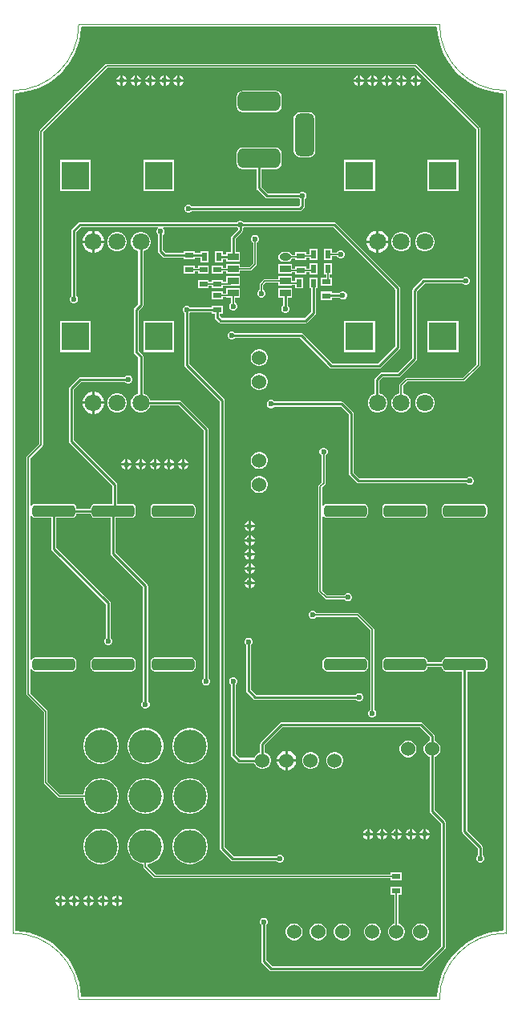
<source format=gbl>
G04*
G04 #@! TF.GenerationSoftware,Altium Limited,Altium Designer,21.6.4 (81)*
G04*
G04 Layer_Physical_Order=2*
G04 Layer_Color=16711680*
%FSAX44Y44*%
%MOMM*%
G71*
G04*
G04 #@! TF.SameCoordinates,1A77CDA6-7C2D-4FE3-B1CB-ECEED33A992D*
G04*
G04*
G04 #@! TF.FilePolarity,Positive*
G04*
G01*
G75*
%ADD13C,0.2540*%
%ADD14C,0.0500*%
%ADD20R,0.6000X0.9000*%
%ADD21R,0.9000X0.6000*%
%ADD24R,1.2000X0.8000*%
%ADD25O,1.2000X0.8000*%
%ADD51C,0.1270*%
%ADD52C,1.5240*%
G04:AMPARAMS|DCode=53|XSize=4.5mm|YSize=1.2mm|CornerRadius=0.3mm|HoleSize=0mm|Usage=FLASHONLY|Rotation=0.000|XOffset=0mm|YOffset=0mm|HoleType=Round|Shape=RoundedRectangle|*
%AMROUNDEDRECTD53*
21,1,4.5000,0.6000,0,0,0.0*
21,1,3.9000,1.2000,0,0,0.0*
1,1,0.6000,1.9500,-0.3000*
1,1,0.6000,-1.9500,-0.3000*
1,1,0.6000,-1.9500,0.3000*
1,1,0.6000,1.9500,0.3000*
%
%ADD53ROUNDEDRECTD53*%
%ADD54R,3.0000X3.0000*%
%ADD55C,1.8000*%
G04:AMPARAMS|DCode=56|XSize=4.5mm|YSize=2mm|CornerRadius=0.5mm|HoleSize=0mm|Usage=FLASHONLY|Rotation=90.000|XOffset=0mm|YOffset=0mm|HoleType=Round|Shape=RoundedRectangle|*
%AMROUNDEDRECTD56*
21,1,4.5000,1.0000,0,0,90.0*
21,1,3.5000,2.0000,0,0,90.0*
1,1,1.0000,0.5000,1.7500*
1,1,1.0000,0.5000,-1.7500*
1,1,1.0000,-0.5000,-1.7500*
1,1,1.0000,-0.5000,1.7500*
%
%ADD56ROUNDEDRECTD56*%
G04:AMPARAMS|DCode=57|XSize=4.5mm|YSize=2mm|CornerRadius=0.5mm|HoleSize=0mm|Usage=FLASHONLY|Rotation=180.000|XOffset=0mm|YOffset=0mm|HoleType=Round|Shape=RoundedRectangle|*
%AMROUNDEDRECTD57*
21,1,4.5000,1.0000,0,0,180.0*
21,1,3.5000,2.0000,0,0,180.0*
1,1,1.0000,-1.7500,0.5000*
1,1,1.0000,1.7500,0.5000*
1,1,1.0000,1.7500,-0.5000*
1,1,1.0000,-1.7500,-0.5000*
%
%ADD57ROUNDEDRECTD57*%
%ADD58C,3.5000*%
%ADD59C,0.6000*%
G36*
X00938007Y01260669D02*
X00938679Y01253847D01*
X00938716Y01253724D01*
Y01253596D01*
X00940053Y01246873D01*
X00940103Y01246754D01*
X00940115Y01246626D01*
X00942105Y01240067D01*
X00942166Y01239953D01*
X00942191Y01239827D01*
X00944814Y01233494D01*
X00944885Y01233387D01*
X00944922Y01233264D01*
X00948154Y01227219D01*
X00948235Y01227120D01*
X00948284Y01227001D01*
X00952093Y01221302D01*
X00952184Y01221211D01*
X00952244Y01221097D01*
X00956593Y01215799D01*
X00956692Y01215717D01*
X00956763Y01215610D01*
X00961610Y01210763D01*
X00961717Y01210692D01*
X00961799Y01210593D01*
X00967097Y01206244D01*
X00967211Y01206184D01*
X00967302Y01206093D01*
X00973001Y01202284D01*
X00973120Y01202235D01*
X00973219Y01202154D01*
X00979265Y01198923D01*
X00979387Y01198885D01*
X00979494Y01198814D01*
X00985827Y01196191D01*
X00985953Y01196166D01*
X00986067Y01196105D01*
X00992626Y01194115D01*
X00992754Y01194103D01*
X00992873Y01194053D01*
X00999596Y01192716D01*
X00999724D01*
X00999847Y01192679D01*
X01006669Y01192007D01*
X01007760Y01191256D01*
X01007760Y00308744D01*
X01006669Y00307993D01*
X00999847Y00307321D01*
X00999724Y00307284D01*
X00999596D01*
X00992872Y00305947D01*
X00992754Y00305897D01*
X00992626Y00305885D01*
X00986067Y00303895D01*
X00985953Y00303834D01*
X00985827Y00303809D01*
X00979494Y00301186D01*
X00979387Y00301115D01*
X00979265Y00301077D01*
X00973219Y00297846D01*
X00973120Y00297765D01*
X00973001Y00297715D01*
X00967302Y00293907D01*
X00967211Y00293816D01*
X00967097Y00293756D01*
X00961799Y00289407D01*
X00961717Y00289308D01*
X00961610Y00289237D01*
X00956763Y00284389D01*
X00956692Y00284283D01*
X00956593Y00284201D01*
X00952244Y00278902D01*
X00952184Y00278789D01*
X00952093Y00278698D01*
X00948284Y00272999D01*
X00948235Y00272880D01*
X00948154Y00272781D01*
X00944922Y00266735D01*
X00944885Y00266612D01*
X00944814Y00266506D01*
X00942191Y00260173D01*
X00942166Y00260047D01*
X00942105Y00259933D01*
X00940115Y00253374D01*
X00940103Y00253246D01*
X00940053Y00253127D01*
X00938716Y00246404D01*
Y00246276D01*
X00938679Y00246153D01*
X00938007Y00239331D01*
X00937256Y00238240D01*
X00562744D01*
X00561993Y00239331D01*
X00561321Y00246153D01*
X00561284Y00246276D01*
Y00246404D01*
X00559947Y00253127D01*
X00559897Y00253246D01*
X00559885Y00253374D01*
X00557895Y00259933D01*
X00557834Y00260047D01*
X00557809Y00260173D01*
X00555186Y00266506D01*
X00555115Y00266612D01*
X00555078Y00266735D01*
X00551846Y00272781D01*
X00551765Y00272880D01*
X00551716Y00272999D01*
X00547907Y00278698D01*
X00547816Y00278789D01*
X00547756Y00278902D01*
X00543407Y00284201D01*
X00543308Y00284283D01*
X00543237Y00284390D01*
X00538390Y00289237D01*
X00538283Y00289308D01*
X00538201Y00289407D01*
X00532902Y00293756D01*
X00532789Y00293816D01*
X00532698Y00293907D01*
X00526999Y00297715D01*
X00526880Y00297765D01*
X00526781Y00297846D01*
X00520736Y00301077D01*
X00520612Y00301115D01*
X00520506Y00301186D01*
X00514173Y00303809D01*
X00514047Y00303834D01*
X00513933Y00303895D01*
X00507374Y00305885D01*
X00507246Y00305897D01*
X00507127Y00305947D01*
X00500404Y00307284D01*
X00500276D01*
X00500153Y00307321D01*
X00493331Y00307993D01*
X00492240Y00308744D01*
Y01191256D01*
X00493331Y01192007D01*
X00500153Y01192679D01*
X00500276Y01192716D01*
X00500404D01*
X00507127Y01194053D01*
X00507246Y01194103D01*
X00507374Y01194115D01*
X00513933Y01196105D01*
X00514047Y01196166D01*
X00514173Y01196191D01*
X00520506Y01198814D01*
X00520612Y01198885D01*
X00520736Y01198923D01*
X00526781Y01202154D01*
X00526880Y01202235D01*
X00526999Y01202284D01*
X00532698Y01206093D01*
X00532789Y01206184D01*
X00532902Y01206244D01*
X00538201Y01210593D01*
X00538283Y01210692D01*
X00538390Y01210763D01*
X00543237Y01215610D01*
X00543308Y01215717D01*
X00543407Y01215799D01*
X00547756Y01221097D01*
X00547816Y01221211D01*
X00547907Y01221302D01*
X00551716Y01227001D01*
X00551765Y01227120D01*
X00551846Y01227219D01*
X00555078Y01233264D01*
X00555115Y01233387D01*
X00555186Y01233494D01*
X00557809Y01239827D01*
X00557834Y01239953D01*
X00557895Y01240067D01*
X00559885Y01246626D01*
X00559897Y01246754D01*
X00559947Y01246873D01*
X00561284Y01253596D01*
Y01253724D01*
X00561321Y01253847D01*
X00561993Y01260669D01*
X00562744Y01261760D01*
X00937256D01*
X00938007Y01260669D01*
D02*
G37*
%LPC*%
G36*
X00916270Y01210470D02*
Y01206270D01*
X00920470D01*
X00919697Y01208138D01*
X00918138Y01209697D01*
X00916270Y01210470D01*
D02*
G37*
G36*
X00913730D02*
X00911862Y01209697D01*
X00910303Y01208138D01*
X00909530Y01206270D01*
X00913730D01*
Y01210470D01*
D02*
G37*
G36*
X00901270D02*
Y01206270D01*
X00905470D01*
X00904697Y01208138D01*
X00903138Y01209697D01*
X00901270Y01210470D01*
D02*
G37*
G36*
X00898730D02*
X00896862Y01209697D01*
X00895303Y01208138D01*
X00894530Y01206270D01*
X00898730D01*
Y01210470D01*
D02*
G37*
G36*
X00886270D02*
Y01206270D01*
X00890470D01*
X00889697Y01208138D01*
X00888138Y01209697D01*
X00886270Y01210470D01*
D02*
G37*
G36*
X00883730D02*
X00881862Y01209697D01*
X00880303Y01208138D01*
X00879530Y01206270D01*
X00883730D01*
Y01210470D01*
D02*
G37*
G36*
X00871270D02*
Y01206270D01*
X00875470D01*
X00874697Y01208138D01*
X00873138Y01209697D01*
X00871270Y01210470D01*
D02*
G37*
G36*
X00868730D02*
X00866862Y01209697D01*
X00865303Y01208138D01*
X00864530Y01206270D01*
X00868730D01*
Y01210470D01*
D02*
G37*
G36*
X00856270D02*
Y01206270D01*
X00860470D01*
X00859697Y01208138D01*
X00858138Y01209697D01*
X00856270Y01210470D01*
D02*
G37*
G36*
X00853730D02*
X00851862Y01209697D01*
X00850303Y01208138D01*
X00849530Y01206270D01*
X00853730D01*
Y01210470D01*
D02*
G37*
G36*
X00666270D02*
Y01206270D01*
X00670470D01*
X00669697Y01208138D01*
X00668138Y01209697D01*
X00666270Y01210470D01*
D02*
G37*
G36*
X00663730D02*
X00661862Y01209697D01*
X00660303Y01208138D01*
X00659530Y01206270D01*
X00663730D01*
Y01210470D01*
D02*
G37*
G36*
X00651270D02*
Y01206270D01*
X00655470D01*
X00654697Y01208138D01*
X00653138Y01209697D01*
X00651270Y01210470D01*
D02*
G37*
G36*
X00648730D02*
X00646862Y01209697D01*
X00645303Y01208138D01*
X00644530Y01206270D01*
X00648730D01*
Y01210470D01*
D02*
G37*
G36*
X00636270D02*
Y01206270D01*
X00640470D01*
X00639697Y01208138D01*
X00638138Y01209697D01*
X00636270Y01210470D01*
D02*
G37*
G36*
X00633730D02*
X00631862Y01209697D01*
X00630303Y01208138D01*
X00629530Y01206270D01*
X00633730D01*
Y01210470D01*
D02*
G37*
G36*
X00621270D02*
Y01206270D01*
X00625470D01*
X00624697Y01208138D01*
X00623138Y01209697D01*
X00621270Y01210470D01*
D02*
G37*
G36*
X00618730D02*
X00616862Y01209697D01*
X00615303Y01208138D01*
X00614530Y01206270D01*
X00618730D01*
Y01210470D01*
D02*
G37*
G36*
X00606270D02*
Y01206270D01*
X00610470D01*
X00609697Y01208138D01*
X00608138Y01209697D01*
X00606270Y01210470D01*
D02*
G37*
G36*
X00603730D02*
X00601862Y01209697D01*
X00600303Y01208138D01*
X00599530Y01206270D01*
X00603730D01*
Y01210470D01*
D02*
G37*
G36*
X00920470Y01203730D02*
X00916270D01*
Y01199530D01*
X00918138Y01200303D01*
X00919697Y01201862D01*
X00920470Y01203730D01*
D02*
G37*
G36*
X00913730D02*
X00909530D01*
X00910303Y01201862D01*
X00911862Y01200303D01*
X00913730Y01199530D01*
Y01203730D01*
D02*
G37*
G36*
X00905470D02*
X00901270D01*
Y01199530D01*
X00903138Y01200303D01*
X00904697Y01201862D01*
X00905470Y01203730D01*
D02*
G37*
G36*
X00898730D02*
X00894530D01*
X00895303Y01201862D01*
X00896862Y01200303D01*
X00898730Y01199530D01*
Y01203730D01*
D02*
G37*
G36*
X00890470D02*
X00886270D01*
Y01199530D01*
X00888138Y01200303D01*
X00889697Y01201862D01*
X00890470Y01203730D01*
D02*
G37*
G36*
X00883730D02*
X00879530D01*
X00880303Y01201862D01*
X00881862Y01200303D01*
X00883730Y01199530D01*
Y01203730D01*
D02*
G37*
G36*
X00875470D02*
X00871270D01*
Y01199530D01*
X00873138Y01200303D01*
X00874697Y01201862D01*
X00875470Y01203730D01*
D02*
G37*
G36*
X00868730D02*
X00864530D01*
X00865303Y01201862D01*
X00866862Y01200303D01*
X00868730Y01199530D01*
Y01203730D01*
D02*
G37*
G36*
X00860470D02*
X00856270D01*
Y01199530D01*
X00858138Y01200303D01*
X00859697Y01201862D01*
X00860470Y01203730D01*
D02*
G37*
G36*
X00853730D02*
X00849530D01*
X00850303Y01201862D01*
X00851862Y01200303D01*
X00853730Y01199530D01*
Y01203730D01*
D02*
G37*
G36*
X00670470D02*
X00666270D01*
Y01199530D01*
X00668138Y01200303D01*
X00669697Y01201862D01*
X00670470Y01203730D01*
D02*
G37*
G36*
X00663730D02*
X00659530D01*
X00660303Y01201862D01*
X00661862Y01200303D01*
X00663730Y01199530D01*
Y01203730D01*
D02*
G37*
G36*
X00655470D02*
X00651270D01*
Y01199530D01*
X00653138Y01200303D01*
X00654697Y01201862D01*
X00655470Y01203730D01*
D02*
G37*
G36*
X00648730D02*
X00644530D01*
X00645303Y01201862D01*
X00646862Y01200303D01*
X00648730Y01199530D01*
Y01203730D01*
D02*
G37*
G36*
X00640470D02*
X00636270D01*
Y01199530D01*
X00638138Y01200303D01*
X00639697Y01201862D01*
X00640470Y01203730D01*
D02*
G37*
G36*
X00633730D02*
X00629530D01*
X00630303Y01201862D01*
X00631862Y01200303D01*
X00633730Y01199530D01*
Y01203730D01*
D02*
G37*
G36*
X00625470D02*
X00621270D01*
Y01199530D01*
X00623138Y01200303D01*
X00624697Y01201862D01*
X00625470Y01203730D01*
D02*
G37*
G36*
X00618730D02*
X00614530D01*
X00615303Y01201862D01*
X00616862Y01200303D01*
X00618730Y01199530D01*
Y01203730D01*
D02*
G37*
G36*
X00610470D02*
X00606270D01*
Y01199530D01*
X00608138Y01200303D01*
X00609697Y01201862D01*
X00610470Y01203730D01*
D02*
G37*
G36*
X00603730D02*
X00599530D01*
X00600303Y01201862D01*
X00601862Y01200303D01*
X00603730Y01199530D01*
Y01203730D01*
D02*
G37*
G36*
X00767500Y01194393D02*
X00732500D01*
X00730054Y01193906D01*
X00727980Y01192520D01*
X00726594Y01190446D01*
X00726107Y01188000D01*
Y01178000D01*
X00726594Y01175554D01*
X00727980Y01173480D01*
X00730054Y01172094D01*
X00732500Y01171607D01*
X00767500D01*
X00769946Y01172094D01*
X00772020Y01173480D01*
X00773406Y01175554D01*
X00773893Y01178000D01*
Y01188000D01*
X00773406Y01190446D01*
X00772020Y01192520D01*
X00769946Y01193906D01*
X00767500Y01194393D01*
D02*
G37*
G36*
X00803000Y01171893D02*
X00793000D01*
X00790554Y01171406D01*
X00788480Y01170020D01*
X00787094Y01167946D01*
X00786607Y01165500D01*
Y01130500D01*
X00787094Y01128054D01*
X00788480Y01125980D01*
X00790554Y01124594D01*
X00793000Y01124107D01*
X00803000D01*
X00805446Y01124594D01*
X00807520Y01125980D01*
X00808906Y01128054D01*
X00809393Y01130500D01*
Y01165500D01*
X00808906Y01167946D01*
X00807520Y01170020D01*
X00805446Y01171406D01*
X00803000Y01171893D01*
D02*
G37*
G36*
X00960270Y01121270D02*
X00927730D01*
Y01088730D01*
X00960270D01*
Y01121270D01*
D02*
G37*
G36*
X00872270D02*
X00839730D01*
Y01088730D01*
X00872270D01*
Y01121270D01*
D02*
G37*
G36*
X00660270D02*
X00627730D01*
Y01088730D01*
X00660270D01*
Y01121270D01*
D02*
G37*
G36*
X00572270D02*
X00539730D01*
Y01088730D01*
X00572270D01*
Y01121270D01*
D02*
G37*
G36*
X00767500Y01134393D02*
X00732500D01*
X00730054Y01133906D01*
X00727980Y01132520D01*
X00726594Y01130446D01*
X00726107Y01128000D01*
Y01118000D01*
X00726594Y01115554D01*
X00727980Y01113480D01*
X00730054Y01112094D01*
X00732500Y01111607D01*
X00747410D01*
Y01091500D01*
X00747607Y01090509D01*
X00748169Y01089669D01*
X00756419Y01081419D01*
X00757259Y01080857D01*
X00758250Y01080660D01*
X00792301D01*
X00793160Y01079801D01*
Y01073823D01*
X00791677Y01072340D01*
X00678699D01*
X00677669Y01073370D01*
X00676099Y01074020D01*
X00674401D01*
X00672831Y01073370D01*
X00671630Y01072169D01*
X00670980Y01070599D01*
Y01068901D01*
X00671630Y01067331D01*
X00672831Y01066130D01*
X00674401Y01065480D01*
X00676099D01*
X00677669Y01066130D01*
X00678699Y01067160D01*
X00792750D01*
X00793741Y01067357D01*
X00794581Y01067919D01*
X00797581Y01070919D01*
X00798143Y01071759D01*
X00798340Y01072750D01*
Y01079801D01*
X00799370Y01080831D01*
X00800020Y01082401D01*
Y01084099D01*
X00799370Y01085669D01*
X00798169Y01086870D01*
X00796599Y01087520D01*
X00794901D01*
X00793331Y01086870D01*
X00792301Y01085840D01*
X00759323D01*
X00752590Y01092573D01*
Y01111607D01*
X00767500D01*
X00769946Y01112094D01*
X00772020Y01113480D01*
X00773406Y01115554D01*
X00773893Y01118000D01*
Y01128000D01*
X00773406Y01130446D01*
X00772020Y01132520D01*
X00769946Y01133906D01*
X00767500Y01134393D01*
D02*
G37*
G36*
X00876519Y01046540D02*
X00876270D01*
Y01036270D01*
X00886540D01*
Y01036519D01*
X00885753Y01039454D01*
X00884234Y01042086D01*
X00882086Y01044234D01*
X00879454Y01045753D01*
X00876519Y01046540D01*
D02*
G37*
G36*
X00873730D02*
X00873481D01*
X00870546Y01045753D01*
X00867914Y01044234D01*
X00865766Y01042086D01*
X00864247Y01039454D01*
X00863460Y01036519D01*
Y01036270D01*
X00873730D01*
Y01046540D01*
D02*
G37*
G36*
X00576519D02*
X00576270D01*
Y01036270D01*
X00586540D01*
Y01036519D01*
X00585754Y01039454D01*
X00584234Y01042086D01*
X00582086Y01044234D01*
X00579454Y01045753D01*
X00576519Y01046540D01*
D02*
G37*
G36*
X00573730D02*
X00573481D01*
X00570546Y01045753D01*
X00567914Y01044234D01*
X00565766Y01042086D01*
X00564246Y01039454D01*
X00563460Y01036519D01*
Y01036270D01*
X00573730D01*
Y01046540D01*
D02*
G37*
G36*
X00926352Y01045270D02*
X00923648D01*
X00921036Y01044570D01*
X00918694Y01043218D01*
X00916782Y01041306D01*
X00915430Y01038964D01*
X00914730Y01036352D01*
Y01033648D01*
X00915430Y01031036D01*
X00916782Y01028694D01*
X00918694Y01026782D01*
X00921036Y01025430D01*
X00923648Y01024730D01*
X00926352D01*
X00928964Y01025430D01*
X00931306Y01026782D01*
X00933218Y01028694D01*
X00934570Y01031036D01*
X00935270Y01033648D01*
Y01036352D01*
X00934570Y01038964D01*
X00933218Y01041306D01*
X00931306Y01043218D01*
X00928964Y01044570D01*
X00926352Y01045270D01*
D02*
G37*
G36*
X00901352D02*
X00898648D01*
X00896036Y01044570D01*
X00893694Y01043218D01*
X00891782Y01041306D01*
X00890430Y01038964D01*
X00889730Y01036352D01*
Y01033648D01*
X00890430Y01031036D01*
X00891782Y01028694D01*
X00893694Y01026782D01*
X00896036Y01025430D01*
X00898648Y01024730D01*
X00901352D01*
X00903964Y01025430D01*
X00906306Y01026782D01*
X00908218Y01028694D01*
X00909570Y01031036D01*
X00910270Y01033648D01*
Y01036352D01*
X00909570Y01038964D01*
X00908218Y01041306D01*
X00906306Y01043218D01*
X00903964Y01044570D01*
X00901352Y01045270D01*
D02*
G37*
G36*
X00601352D02*
X00598648D01*
X00596036Y01044570D01*
X00593694Y01043218D01*
X00591782Y01041306D01*
X00590430Y01038964D01*
X00589730Y01036352D01*
Y01033648D01*
X00590430Y01031036D01*
X00591782Y01028694D01*
X00593694Y01026782D01*
X00596036Y01025430D01*
X00598648Y01024730D01*
X00601352D01*
X00603964Y01025430D01*
X00606306Y01026782D01*
X00608218Y01028694D01*
X00609570Y01031036D01*
X00610270Y01033648D01*
Y01036352D01*
X00609570Y01038964D01*
X00608218Y01041306D01*
X00606306Y01043218D01*
X00603964Y01044570D01*
X00601352Y01045270D01*
D02*
G37*
G36*
X00886540Y01033730D02*
X00876270D01*
Y01023460D01*
X00876519D01*
X00879454Y01024246D01*
X00882086Y01025766D01*
X00884234Y01027914D01*
X00885753Y01030546D01*
X00886540Y01033481D01*
Y01033730D01*
D02*
G37*
G36*
X00873730D02*
X00863460D01*
Y01033481D01*
X00864247Y01030546D01*
X00865766Y01027914D01*
X00867914Y01025766D01*
X00870546Y01024246D01*
X00873481Y01023460D01*
X00873730D01*
Y01033730D01*
D02*
G37*
G36*
X00586540D02*
X00576270D01*
Y01023460D01*
X00576519D01*
X00579454Y01024246D01*
X00582086Y01025766D01*
X00584234Y01027914D01*
X00585754Y01030546D01*
X00586540Y01033481D01*
Y01033730D01*
D02*
G37*
G36*
X00573730D02*
X00563460D01*
Y01033481D01*
X00564246Y01030546D01*
X00565766Y01027914D01*
X00567914Y01025766D01*
X00570546Y01024246D01*
X00573481Y01023460D01*
X00573730D01*
Y01033730D01*
D02*
G37*
G36*
X00811770Y01027270D02*
X00803230D01*
Y01021692D01*
X00799770D01*
Y01024020D01*
X00788230D01*
Y01020992D01*
X00784487D01*
X00784464Y01021106D01*
X00783299Y01022850D01*
X00781556Y01024014D01*
X00779500Y01024423D01*
X00775500D01*
X00773444Y01024014D01*
X00771701Y01022850D01*
X00770536Y01021106D01*
X00770127Y01019050D01*
X00770536Y01016994D01*
X00771701Y01015250D01*
X00773444Y01014086D01*
X00775500Y01013677D01*
X00779500D01*
X00781556Y01014086D01*
X00783299Y01015250D01*
X00784464Y01016994D01*
X00784487Y01017108D01*
X00788230D01*
Y01015480D01*
X00799770D01*
Y01017808D01*
X00803230D01*
Y01015730D01*
X00811770D01*
Y01027270D01*
D02*
G37*
G36*
X00826770D02*
X00818230D01*
Y01015730D01*
X00826770D01*
Y01019558D01*
X00832183D01*
X00832380Y01019081D01*
X00833581Y01017880D01*
X00835151Y01017230D01*
X00836849D01*
X00838419Y01017880D01*
X00839620Y01019081D01*
X00840270Y01020651D01*
Y01022349D01*
X00839620Y01023919D01*
X00838419Y01025120D01*
X00836849Y01025770D01*
X00835151D01*
X00833581Y01025120D01*
X00832380Y01023919D01*
X00832183Y01023442D01*
X00826770D01*
Y01027270D01*
D02*
G37*
G36*
X00746349Y01042270D02*
X00744651D01*
X00743081Y01041620D01*
X00741880Y01040419D01*
X00741230Y01038849D01*
Y01037151D01*
X00741880Y01035581D01*
X00743081Y01034380D01*
X00743558Y01034183D01*
Y01012055D01*
X00739796Y01008292D01*
X00729770D01*
Y01011620D01*
X00715230D01*
Y01007442D01*
X00711770D01*
Y01009770D01*
X00700230D01*
Y01001230D01*
X00711770D01*
Y01003558D01*
X00715230D01*
Y01001080D01*
X00729770D01*
Y01004408D01*
X00740600D01*
X00741343Y01004556D01*
X00741973Y01004977D01*
X00746873Y01009877D01*
X00747294Y01010507D01*
X00747442Y01011250D01*
Y01034183D01*
X00747919Y01034380D01*
X00749120Y01035581D01*
X00749770Y01037151D01*
Y01038849D01*
X00749120Y01040419D01*
X00747919Y01041620D01*
X00746349Y01042270D01*
D02*
G37*
G36*
X00696770Y01009770D02*
X00685230D01*
Y01007442D01*
X00681770D01*
Y01009770D01*
X00670230D01*
Y01001230D01*
X00681770D01*
Y01003558D01*
X00685230D01*
Y01001230D01*
X00696770D01*
Y01009770D01*
D02*
G37*
G36*
X00811770Y01012270D02*
X00803230D01*
Y01006692D01*
X00799770D01*
Y01009020D01*
X00788230D01*
Y01006692D01*
X00784770D01*
Y01011620D01*
X00770230D01*
Y01001080D01*
X00784770D01*
Y01002808D01*
X00788230D01*
Y01000480D01*
X00799770D01*
Y01002808D01*
X00803230D01*
Y01000730D01*
X00811770D01*
Y01012270D01*
D02*
G37*
G36*
X00784770Y00998920D02*
X00770230D01*
Y00995592D01*
X00756150D01*
X00756150Y00995592D01*
X00755407Y00995444D01*
X00754777Y00995023D01*
X00754777Y00995023D01*
X00750877Y00991123D01*
X00750455Y00990493D01*
X00750308Y00989750D01*
Y00984317D01*
X00749831Y00984120D01*
X00748630Y00982919D01*
X00747980Y00981349D01*
Y00979651D01*
X00748630Y00978081D01*
X00749831Y00976880D01*
X00751401Y00976230D01*
X00753099D01*
X00754669Y00976880D01*
X00755870Y00978081D01*
X00756520Y00979651D01*
Y00981349D01*
X00755870Y00982919D01*
X00754669Y00984120D01*
X00754192Y00984317D01*
Y00988945D01*
X00756954Y00991708D01*
X00770230D01*
Y00988380D01*
X00784770D01*
Y00989558D01*
X00788230D01*
Y00985730D01*
X00796770D01*
Y00997270D01*
X00788230D01*
Y00993442D01*
X00784770D01*
Y00998920D01*
D02*
G37*
G36*
X00729770D02*
X00715230D01*
Y00992442D01*
X00711770D01*
Y00994770D01*
X00700230D01*
Y00992442D01*
X00696770D01*
Y00994770D01*
X00685230D01*
Y00986230D01*
X00696770D01*
Y00988558D01*
X00700230D01*
Y00986230D01*
X00711770D01*
Y00988558D01*
X00715230D01*
Y00988380D01*
X00729770D01*
Y00998920D01*
D02*
G37*
G36*
X00969099Y00997770D02*
X00967401D01*
X00965831Y00997120D01*
X00964801Y00996090D01*
X00923750D01*
X00922759Y00995893D01*
X00921919Y00995331D01*
X00912169Y00985581D01*
X00911607Y00984741D01*
X00911410Y00983750D01*
Y00912573D01*
X00895927Y00897090D01*
X00879500D01*
X00878509Y00896893D01*
X00877669Y00896331D01*
X00872419Y00891081D01*
X00871857Y00890241D01*
X00871660Y00889250D01*
Y00874737D01*
X00871036Y00874570D01*
X00868694Y00873218D01*
X00866782Y00871306D01*
X00865430Y00868964D01*
X00864730Y00866352D01*
Y00863648D01*
X00865430Y00861036D01*
X00866782Y00858694D01*
X00868694Y00856782D01*
X00871036Y00855430D01*
X00873648Y00854730D01*
X00876352D01*
X00878964Y00855430D01*
X00881306Y00856782D01*
X00883218Y00858694D01*
X00884570Y00861036D01*
X00885270Y00863648D01*
Y00866352D01*
X00884570Y00868964D01*
X00883218Y00871306D01*
X00881306Y00873218D01*
X00878964Y00874570D01*
X00876840Y00875139D01*
Y00888177D01*
X00880573Y00891910D01*
X00897000D01*
X00897991Y00892107D01*
X00898831Y00892669D01*
X00915831Y00909669D01*
X00916393Y00910509D01*
X00916590Y00911500D01*
Y00982677D01*
X00924823Y00990910D01*
X00964801D01*
X00965831Y00989880D01*
X00967401Y00989230D01*
X00969099D01*
X00970669Y00989880D01*
X00971870Y00991081D01*
X00972520Y00992651D01*
Y00994349D01*
X00971870Y00995919D01*
X00970669Y00997120D01*
X00969099Y00997770D01*
D02*
G37*
G36*
X00826770Y01012270D02*
X00818230D01*
Y01000730D01*
X00820558D01*
Y00997270D01*
X00815230D01*
Y00988730D01*
X00826770D01*
Y00997270D01*
X00824442D01*
Y01000730D01*
X00826770D01*
Y01012270D01*
D02*
G37*
G36*
X00839132Y00982502D02*
X00837433D01*
X00835864Y00981852D01*
X00834718Y00980706D01*
X00826770D01*
Y00982270D01*
X00815230D01*
Y00973730D01*
X00826770D01*
Y00975526D01*
X00834950D01*
X00835864Y00974612D01*
X00837433Y00973962D01*
X00839132D01*
X00840702Y00974612D01*
X00841903Y00975814D01*
X00842553Y00977383D01*
Y00979082D01*
X00841903Y00980651D01*
X00840702Y00981852D01*
X00839132Y00982502D01*
D02*
G37*
G36*
X00729770Y00986220D02*
X00715230D01*
Y00980442D01*
X00711770D01*
Y00982770D01*
X00700230D01*
Y00974230D01*
X00711770D01*
Y00976558D01*
X00715230D01*
Y00975680D01*
X00720558D01*
Y00970817D01*
X00720081Y00970620D01*
X00718880Y00969419D01*
X00718230Y00967849D01*
Y00966151D01*
X00718880Y00964581D01*
X00720081Y00963380D01*
X00721651Y00962730D01*
X00723349D01*
X00724919Y00963380D01*
X00726120Y00964581D01*
X00726770Y00966151D01*
Y00967849D01*
X00726120Y00969419D01*
X00724919Y00970620D01*
X00724442Y00970817D01*
Y00975680D01*
X00729770D01*
Y00986220D01*
D02*
G37*
G36*
X00784770D02*
X00770230D01*
Y00975680D01*
X00774910D01*
Y00967579D01*
X00773904Y00966573D01*
X00773254Y00965004D01*
Y00963305D01*
X00773904Y00961736D01*
X00775105Y00960534D01*
X00776674Y00959884D01*
X00778373D01*
X00779942Y00960534D01*
X00781143Y00961736D01*
X00781794Y00963305D01*
Y00965004D01*
X00781143Y00966573D01*
X00780090Y00967627D01*
Y00975680D01*
X00784770D01*
Y00986220D01*
D02*
G37*
G36*
X00811770Y00997270D02*
X00803230D01*
Y00985730D01*
X00804910D01*
Y00961073D01*
X00798177Y00954340D01*
X00710573D01*
X00708590Y00956323D01*
Y00959230D01*
X00711770D01*
Y00967770D01*
X00700230D01*
Y00965840D01*
X00676949D01*
X00676169Y00966620D01*
X00674599Y00967270D01*
X00672901D01*
X00671331Y00966620D01*
X00670130Y00965419D01*
X00669480Y00963849D01*
Y00962151D01*
X00670130Y00960581D01*
X00671160Y00959551D01*
Y00905160D01*
X00671357Y00904169D01*
X00671919Y00903329D01*
X00708410Y00866837D01*
Y00395500D01*
X00708607Y00394509D01*
X00709169Y00393669D01*
X00720419Y00382419D01*
X00721259Y00381857D01*
X00722250Y00381660D01*
X00768551D01*
X00769581Y00380630D01*
X00771151Y00379980D01*
X00772849D01*
X00774419Y00380630D01*
X00775620Y00381831D01*
X00776270Y00383401D01*
Y00385099D01*
X00775620Y00386669D01*
X00774419Y00387870D01*
X00772849Y00388520D01*
X00771151D01*
X00769581Y00387870D01*
X00768551Y00386840D01*
X00723323D01*
X00713590Y00396573D01*
Y00867910D01*
X00713393Y00868901D01*
X00712831Y00869741D01*
X00676340Y00906233D01*
Y00959551D01*
X00677370Y00960581D01*
X00677403Y00960660D01*
X00700230D01*
Y00959230D01*
X00703410D01*
Y00955250D01*
X00703607Y00954259D01*
X00704169Y00953419D01*
X00707669Y00949919D01*
X00708509Y00949357D01*
X00709500Y00949160D01*
X00799250D01*
X00800241Y00949357D01*
X00801081Y00949919D01*
X00809331Y00958169D01*
X00809893Y00959009D01*
X00810090Y00960000D01*
Y00985730D01*
X00811770D01*
Y00997270D01*
D02*
G37*
G36*
X00960270Y00951270D02*
X00927730D01*
Y00918730D01*
X00960270D01*
Y00951270D01*
D02*
G37*
G36*
X00872270D02*
X00839730D01*
Y00918730D01*
X00872270D01*
Y00951270D01*
D02*
G37*
G36*
X00660270D02*
X00627730D01*
Y00918730D01*
X00660270D01*
Y00951270D01*
D02*
G37*
G36*
X00572270D02*
X00539730D01*
Y00918730D01*
X00572270D01*
Y00951270D01*
D02*
G37*
G36*
X00730849Y01057270D02*
X00729151D01*
X00727581Y01056620D01*
X00726551Y01055590D01*
X00560750D01*
X00559759Y01055393D01*
X00558919Y01054831D01*
X00552669Y01048581D01*
X00552107Y01047741D01*
X00551910Y01046750D01*
Y00977699D01*
X00550880Y00976669D01*
X00550230Y00975099D01*
Y00973401D01*
X00550880Y00971831D01*
X00552081Y00970630D01*
X00553651Y00969980D01*
X00555349D01*
X00556919Y00970630D01*
X00558120Y00971831D01*
X00558770Y00973401D01*
Y00975099D01*
X00558120Y00976669D01*
X00557090Y00977699D01*
Y01045677D01*
X00561823Y01050410D01*
X00642962D01*
X00643075Y01050220D01*
X00643352Y01049140D01*
X00642380Y01048169D01*
X00641730Y01046599D01*
Y01044901D01*
X00642380Y01043331D01*
X00642910Y01042801D01*
Y01025250D01*
X00643107Y01024259D01*
X00643669Y01023419D01*
X00648419Y01018669D01*
X00649259Y01018107D01*
X00650250Y01017910D01*
X00670230D01*
Y01016230D01*
X00681770D01*
Y01017910D01*
X00688230D01*
Y01013230D01*
X00696770D01*
Y01024770D01*
X00688230D01*
Y01023090D01*
X00681770D01*
Y01024770D01*
X00670230D01*
Y01023090D01*
X00651323D01*
X00648090Y01026323D01*
Y01041994D01*
X00648419Y01042130D01*
X00649620Y01043331D01*
X00650270Y01044901D01*
Y01046599D01*
X00649620Y01048169D01*
X00648648Y01049140D01*
X00648925Y01050220D01*
X00649038Y01050410D01*
X00726551D01*
X00727410Y01049551D01*
Y01047823D01*
X00720669Y01041081D01*
X00720107Y01040241D01*
X00719910Y01039250D01*
Y01024320D01*
X00715230D01*
Y01021590D01*
X00711770D01*
Y01024770D01*
X00703230D01*
Y01013230D01*
X00711770D01*
Y01016410D01*
X00715230D01*
Y01013780D01*
X00729770D01*
Y01024320D01*
X00725090D01*
Y01038177D01*
X00731831Y01044919D01*
X00732393Y01045759D01*
X00732590Y01046750D01*
Y01049551D01*
X00733449Y01050410D01*
X00828177D01*
X00893910Y00984677D01*
Y00924823D01*
X00875677Y00906590D01*
X00827323D01*
X00796141Y00937771D01*
X00795301Y00938332D01*
X00794310Y00938530D01*
X00724660D01*
X00723630Y00939560D01*
X00722060Y00940210D01*
X00720362D01*
X00718792Y00939560D01*
X00717591Y00938359D01*
X00716941Y00936789D01*
Y00935090D01*
X00717591Y00933521D01*
X00718792Y00932320D01*
X00720362Y00931670D01*
X00722060D01*
X00723630Y00932320D01*
X00724660Y00933350D01*
X00793238D01*
X00824419Y00902169D01*
X00825259Y00901607D01*
X00826250Y00901410D01*
X00876750D01*
X00877741Y00901607D01*
X00878581Y00902169D01*
X00898331Y00921919D01*
X00898893Y00922759D01*
X00899090Y00923750D01*
Y00985750D01*
X00898893Y00986741D01*
X00898331Y00987581D01*
X00831081Y01054831D01*
X00830241Y01055393D01*
X00829250Y01055590D01*
X00733449D01*
X00732419Y01056620D01*
X00730849Y01057270D01*
D02*
G37*
G36*
X00751170Y00921590D02*
X00748830D01*
X00746569Y00920984D01*
X00744541Y00919814D01*
X00742886Y00918159D01*
X00741716Y00916131D01*
X00741110Y00913870D01*
Y00911530D01*
X00741716Y00909269D01*
X00742886Y00907241D01*
X00744541Y00905586D01*
X00746569Y00904416D01*
X00748830Y00903810D01*
X00751170D01*
X00753431Y00904416D01*
X00755459Y00905586D01*
X00757114Y00907241D01*
X00758284Y00909269D01*
X00758890Y00911530D01*
Y00913870D01*
X00758284Y00916131D01*
X00757114Y00918159D01*
X00755459Y00919814D01*
X00753431Y00920984D01*
X00751170Y00921590D01*
D02*
G37*
G36*
Y00896190D02*
X00748830D01*
X00746569Y00895584D01*
X00744541Y00894414D01*
X00742886Y00892759D01*
X00741716Y00890731D01*
X00741110Y00888470D01*
Y00886130D01*
X00741716Y00883869D01*
X00742886Y00881841D01*
X00744541Y00880186D01*
X00746569Y00879016D01*
X00748830Y00878410D01*
X00751170D01*
X00753431Y00879016D01*
X00755459Y00880186D01*
X00757114Y00881841D01*
X00758284Y00883869D01*
X00758890Y00886130D01*
Y00888470D01*
X00758284Y00890731D01*
X00757114Y00892759D01*
X00755459Y00894414D01*
X00753431Y00895584D01*
X00751170Y00896190D01*
D02*
G37*
G36*
X00576519Y00876540D02*
X00576270D01*
Y00866270D01*
X00586540D01*
Y00866519D01*
X00585754Y00869454D01*
X00584234Y00872086D01*
X00582086Y00874234D01*
X00579454Y00875753D01*
X00576519Y00876540D01*
D02*
G37*
G36*
X00573730D02*
X00573481D01*
X00570546Y00875753D01*
X00567914Y00874234D01*
X00565766Y00872086D01*
X00564246Y00869454D01*
X00563460Y00866519D01*
Y00866270D01*
X00573730D01*
Y00876540D01*
D02*
G37*
G36*
X00926352Y00875270D02*
X00923648D01*
X00921036Y00874570D01*
X00918694Y00873218D01*
X00916782Y00871306D01*
X00915430Y00868964D01*
X00914730Y00866352D01*
Y00863648D01*
X00915430Y00861036D01*
X00916782Y00858694D01*
X00918694Y00856782D01*
X00921036Y00855430D01*
X00923648Y00854730D01*
X00926352D01*
X00928964Y00855430D01*
X00931306Y00856782D01*
X00933218Y00858694D01*
X00934570Y00861036D01*
X00935270Y00863648D01*
Y00866352D01*
X00934570Y00868964D01*
X00933218Y00871306D01*
X00931306Y00873218D01*
X00928964Y00874570D01*
X00926352Y00875270D01*
D02*
G37*
G36*
X00915250Y01222442D02*
X00588750D01*
X00588007Y01222294D01*
X00587377Y01221873D01*
X00518377Y01152873D01*
X00517956Y01152243D01*
X00517808Y01151500D01*
Y00821554D01*
X00504877Y00808623D01*
X00504455Y00807993D01*
X00504308Y00807250D01*
Y00557750D01*
X00504455Y00557007D01*
X00504877Y00556377D01*
X00522808Y00538446D01*
Y00464500D01*
X00522956Y00463757D01*
X00523377Y00463127D01*
X00537877Y00448627D01*
X00538507Y00448205D01*
X00539250Y00448058D01*
X00564249D01*
X00564951Y00444525D01*
X00566366Y00441109D01*
X00568420Y00438035D01*
X00571035Y00435420D01*
X00574109Y00433366D01*
X00577525Y00431951D01*
X00581151Y00431230D01*
X00584849D01*
X00588475Y00431951D01*
X00591891Y00433366D01*
X00594965Y00435420D01*
X00597580Y00438035D01*
X00599634Y00441109D01*
X00601049Y00444525D01*
X00601770Y00448151D01*
Y00451849D01*
X00601049Y00455475D01*
X00599634Y00458891D01*
X00597580Y00461965D01*
X00594965Y00464580D01*
X00591891Y00466634D01*
X00588475Y00468049D01*
X00584849Y00468770D01*
X00581151D01*
X00577525Y00468049D01*
X00574109Y00466634D01*
X00571035Y00464580D01*
X00568420Y00461965D01*
X00566366Y00458891D01*
X00564951Y00455475D01*
X00564249Y00451942D01*
X00540055D01*
X00526692Y00465305D01*
Y00539250D01*
X00526544Y00539993D01*
X00526123Y00540623D01*
X00508192Y00558555D01*
Y00584286D01*
X00509462Y00584412D01*
X00509478Y00584334D01*
X00510421Y00582921D01*
X00511834Y00581978D01*
X00513500Y00581646D01*
X00552500D01*
X00554166Y00581978D01*
X00555578Y00582921D01*
X00556522Y00584334D01*
X00556854Y00586000D01*
Y00592000D01*
X00556522Y00593666D01*
X00555578Y00595079D01*
X00554166Y00596022D01*
X00552500Y00596354D01*
X00513500D01*
X00511834Y00596022D01*
X00510421Y00595079D01*
X00509478Y00593666D01*
X00509462Y00593588D01*
X00508192Y00593713D01*
Y00746286D01*
X00509462Y00746412D01*
X00509478Y00746334D01*
X00510421Y00744921D01*
X00511834Y00743978D01*
X00513500Y00743646D01*
X00530410D01*
Y00711250D01*
X00530607Y00710259D01*
X00531169Y00709419D01*
X00587910Y00652677D01*
Y00616949D01*
X00586880Y00615919D01*
X00586230Y00614349D01*
Y00612651D01*
X00586880Y00611081D01*
X00588081Y00609880D01*
X00589651Y00609230D01*
X00591349D01*
X00592919Y00609880D01*
X00594120Y00611081D01*
X00594770Y00612651D01*
Y00614349D01*
X00594120Y00615919D01*
X00593090Y00616949D01*
Y00653750D01*
X00592893Y00654741D01*
X00592331Y00655581D01*
X00535590Y00712323D01*
Y00743646D01*
X00552500D01*
X00554166Y00743978D01*
X00555578Y00744921D01*
X00556522Y00746334D01*
X00556854Y00748000D01*
Y00748410D01*
X00572146D01*
Y00748000D01*
X00572478Y00746334D01*
X00573422Y00744921D01*
X00574834Y00743978D01*
X00576500Y00743646D01*
X00593410D01*
Y00705750D01*
X00593607Y00704759D01*
X00594169Y00703919D01*
X00627410Y00670677D01*
Y00549949D01*
X00626380Y00548919D01*
X00625730Y00547349D01*
Y00545651D01*
X00626380Y00544081D01*
X00627581Y00542880D01*
X00629151Y00542230D01*
X00630849D01*
X00632419Y00542880D01*
X00633620Y00544081D01*
X00634270Y00545651D01*
Y00547349D01*
X00633620Y00548919D01*
X00632590Y00549949D01*
Y00671750D01*
X00632393Y00672741D01*
X00631831Y00673581D01*
X00598590Y00706823D01*
Y00743646D01*
X00615500D01*
X00617166Y00743978D01*
X00618578Y00744921D01*
X00619522Y00746334D01*
X00619854Y00748000D01*
Y00754000D01*
X00619522Y00755666D01*
X00618578Y00757078D01*
X00617166Y00758022D01*
X00615500Y00758354D01*
X00600340D01*
Y00778512D01*
X00600143Y00779503D01*
X00599581Y00780343D01*
X00554340Y00825585D01*
Y00879427D01*
X00562073Y00887160D01*
X00608551D01*
X00609581Y00886130D01*
X00611151Y00885480D01*
X00612849D01*
X00614419Y00886130D01*
X00615620Y00887331D01*
X00616270Y00888901D01*
Y00890599D01*
X00615620Y00892169D01*
X00614419Y00893370D01*
X00612849Y00894020D01*
X00611151D01*
X00609581Y00893370D01*
X00608551Y00892340D01*
X00561000D01*
X00560009Y00892143D01*
X00559169Y00891581D01*
X00549919Y00882331D01*
X00549357Y00881491D01*
X00549160Y00880500D01*
Y00824512D01*
X00549357Y00823521D01*
X00549919Y00822681D01*
X00595160Y00777439D01*
Y00758354D01*
X00576500D01*
X00574834Y00758022D01*
X00573422Y00757078D01*
X00572478Y00755666D01*
X00572146Y00754000D01*
Y00753590D01*
X00556854D01*
Y00754000D01*
X00556522Y00755666D01*
X00555578Y00757078D01*
X00554166Y00758022D01*
X00552500Y00758354D01*
X00513500D01*
X00511834Y00758022D01*
X00510421Y00757078D01*
X00509478Y00755666D01*
X00509462Y00755588D01*
X00508192Y00755714D01*
Y00806445D01*
X00521123Y00819377D01*
X00521544Y00820007D01*
X00521692Y00820750D01*
Y01150695D01*
X00589554Y01218558D01*
X00914445D01*
X00979558Y01153446D01*
Y00905805D01*
X00965195Y00891442D01*
X00905750D01*
X00905007Y00891294D01*
X00904377Y00890873D01*
X00898627Y00885123D01*
X00898205Y00884493D01*
X00898058Y00883750D01*
Y00875112D01*
X00896036Y00874570D01*
X00893694Y00873218D01*
X00891782Y00871306D01*
X00890430Y00868964D01*
X00889730Y00866352D01*
Y00863648D01*
X00890430Y00861036D01*
X00891782Y00858694D01*
X00893694Y00856782D01*
X00896036Y00855430D01*
X00898648Y00854730D01*
X00901352D01*
X00903964Y00855430D01*
X00906306Y00856782D01*
X00908218Y00858694D01*
X00909570Y00861036D01*
X00910270Y00863648D01*
Y00866352D01*
X00909570Y00868964D01*
X00908218Y00871306D01*
X00906306Y00873218D01*
X00903964Y00874570D01*
X00901942Y00875112D01*
Y00882945D01*
X00906554Y00887558D01*
X00966000D01*
X00966743Y00887706D01*
X00967373Y00888127D01*
X00982873Y00903627D01*
X00983295Y00904257D01*
X00983442Y00905000D01*
Y01154250D01*
X00983442Y01154250D01*
X00983295Y01154993D01*
X00982873Y01155623D01*
X00982873Y01155623D01*
X00916623Y01221873D01*
X00915993Y01222294D01*
X00915250Y01222442D01*
D02*
G37*
G36*
X00601352Y00875270D02*
X00598648D01*
X00596036Y00874570D01*
X00593694Y00873218D01*
X00591782Y00871306D01*
X00590430Y00868964D01*
X00589730Y00866352D01*
Y00863648D01*
X00590430Y00861036D01*
X00591782Y00858694D01*
X00593694Y00856782D01*
X00596036Y00855430D01*
X00598648Y00854730D01*
X00601352D01*
X00603964Y00855430D01*
X00606306Y00856782D01*
X00608218Y00858694D01*
X00609570Y00861036D01*
X00610270Y00863648D01*
Y00866352D01*
X00609570Y00868964D01*
X00608218Y00871306D01*
X00606306Y00873218D01*
X00603964Y00874570D01*
X00601352Y00875270D01*
D02*
G37*
G36*
X00586540Y00863730D02*
X00576270D01*
Y00853460D01*
X00576519D01*
X00579454Y00854246D01*
X00582086Y00855766D01*
X00584234Y00857914D01*
X00585754Y00860546D01*
X00586540Y00863481D01*
Y00863730D01*
D02*
G37*
G36*
X00573730D02*
X00563460D01*
Y00863481D01*
X00564246Y00860546D01*
X00565766Y00857914D01*
X00567914Y00855766D01*
X00570546Y00854246D01*
X00573481Y00853460D01*
X00573730D01*
Y00863730D01*
D02*
G37*
G36*
X00671270Y00805470D02*
Y00801270D01*
X00675470D01*
X00674697Y00803138D01*
X00673138Y00804697D01*
X00671270Y00805470D01*
D02*
G37*
G36*
X00668730D02*
X00666862Y00804697D01*
X00665303Y00803138D01*
X00664530Y00801270D01*
X00668730D01*
Y00805470D01*
D02*
G37*
G36*
X00656270D02*
Y00801270D01*
X00660470D01*
X00659697Y00803138D01*
X00658138Y00804697D01*
X00656270Y00805470D01*
D02*
G37*
G36*
X00653730D02*
X00651862Y00804697D01*
X00650303Y00803138D01*
X00649530Y00801270D01*
X00653730D01*
Y00805470D01*
D02*
G37*
G36*
X00641270D02*
Y00801270D01*
X00645470D01*
X00644697Y00803138D01*
X00643138Y00804697D01*
X00641270Y00805470D01*
D02*
G37*
G36*
X00638730D02*
X00636862Y00804697D01*
X00635303Y00803138D01*
X00634530Y00801270D01*
X00638730D01*
Y00805470D01*
D02*
G37*
G36*
X00626270D02*
Y00801270D01*
X00630470D01*
X00629697Y00803138D01*
X00628138Y00804697D01*
X00626270Y00805470D01*
D02*
G37*
G36*
X00623730D02*
X00621862Y00804697D01*
X00620303Y00803138D01*
X00619530Y00801270D01*
X00623730D01*
Y00805470D01*
D02*
G37*
G36*
X00611270D02*
Y00801270D01*
X00615470D01*
X00614697Y00803138D01*
X00613138Y00804697D01*
X00611270Y00805470D01*
D02*
G37*
G36*
X00608730D02*
X00606862Y00804697D01*
X00605303Y00803138D01*
X00604530Y00801270D01*
X00608730D01*
Y00805470D01*
D02*
G37*
G36*
X00751170Y00813090D02*
X00748830D01*
X00746569Y00812484D01*
X00744541Y00811314D01*
X00742886Y00809659D01*
X00741716Y00807631D01*
X00741110Y00805370D01*
Y00803030D01*
X00741716Y00800769D01*
X00742886Y00798741D01*
X00744541Y00797086D01*
X00746569Y00795916D01*
X00748830Y00795310D01*
X00751170D01*
X00753431Y00795916D01*
X00755459Y00797086D01*
X00757114Y00798741D01*
X00758284Y00800769D01*
X00758890Y00803030D01*
Y00805370D01*
X00758284Y00807631D01*
X00757114Y00809659D01*
X00755459Y00811314D01*
X00753431Y00812484D01*
X00751170Y00813090D01*
D02*
G37*
G36*
X00675470Y00798730D02*
X00671270D01*
Y00794530D01*
X00673138Y00795303D01*
X00674697Y00796862D01*
X00675470Y00798730D01*
D02*
G37*
G36*
X00668730D02*
X00664530D01*
X00665303Y00796862D01*
X00666862Y00795303D01*
X00668730Y00794530D01*
Y00798730D01*
D02*
G37*
G36*
X00660470D02*
X00656270D01*
Y00794530D01*
X00658138Y00795303D01*
X00659697Y00796862D01*
X00660470Y00798730D01*
D02*
G37*
G36*
X00653730D02*
X00649530D01*
X00650303Y00796862D01*
X00651862Y00795303D01*
X00653730Y00794530D01*
Y00798730D01*
D02*
G37*
G36*
X00645470D02*
X00641270D01*
Y00794530D01*
X00643138Y00795303D01*
X00644697Y00796862D01*
X00645470Y00798730D01*
D02*
G37*
G36*
X00638730D02*
X00634530D01*
X00635303Y00796862D01*
X00636862Y00795303D01*
X00638730Y00794530D01*
Y00798730D01*
D02*
G37*
G36*
X00630470D02*
X00626270D01*
Y00794530D01*
X00628138Y00795303D01*
X00629697Y00796862D01*
X00630470Y00798730D01*
D02*
G37*
G36*
X00623730D02*
X00619530D01*
X00620303Y00796862D01*
X00621862Y00795303D01*
X00623730Y00794530D01*
Y00798730D01*
D02*
G37*
G36*
X00615470D02*
X00611270D01*
Y00794530D01*
X00613138Y00795303D01*
X00614697Y00796862D01*
X00615470Y00798730D01*
D02*
G37*
G36*
X00608730D02*
X00604530D01*
X00605303Y00796862D01*
X00606862Y00795303D01*
X00608730Y00794530D01*
Y00798730D01*
D02*
G37*
G36*
X00763099Y00868020D02*
X00761401D01*
X00759831Y00867370D01*
X00758630Y00866169D01*
X00757980Y00864599D01*
Y00862901D01*
X00758630Y00861331D01*
X00759831Y00860130D01*
X00761401Y00859480D01*
X00763099D01*
X00764669Y00860130D01*
X00765699Y00861160D01*
X00836005D01*
X00844410Y00852755D01*
Y00790500D01*
X00844607Y00789509D01*
X00845169Y00788669D01*
X00853169Y00780669D01*
X00854009Y00780107D01*
X00855000Y00779910D01*
X00969051D01*
X00970081Y00778880D01*
X00971651Y00778230D01*
X00973349D01*
X00974919Y00778880D01*
X00976120Y00780081D01*
X00976770Y00781651D01*
Y00783349D01*
X00976120Y00784919D01*
X00974919Y00786120D01*
X00973349Y00786770D01*
X00971651D01*
X00970081Y00786120D01*
X00969051Y00785090D01*
X00856073D01*
X00849590Y00791573D01*
Y00853828D01*
X00849393Y00854818D01*
X00848831Y00855659D01*
X00838909Y00865581D01*
X00838069Y00866143D01*
X00837077Y00866340D01*
X00765699D01*
X00764669Y00867370D01*
X00763099Y00868020D01*
D02*
G37*
G36*
X00751170Y00787690D02*
X00748830D01*
X00746569Y00787084D01*
X00744541Y00785914D01*
X00742886Y00784259D01*
X00741716Y00782231D01*
X00741110Y00779970D01*
Y00777630D01*
X00741716Y00775369D01*
X00742886Y00773341D01*
X00744541Y00771686D01*
X00746569Y00770516D01*
X00748830Y00769910D01*
X00751170D01*
X00753431Y00770516D01*
X00755459Y00771686D01*
X00757114Y00773341D01*
X00758284Y00775369D01*
X00758890Y00777630D01*
Y00779970D01*
X00758284Y00782231D01*
X00757114Y00784259D01*
X00755459Y00785914D01*
X00753431Y00787084D01*
X00751170Y00787690D01*
D02*
G37*
G36*
X00986500Y00758354D02*
X00947500D01*
X00945834Y00758022D01*
X00944421Y00757078D01*
X00943478Y00755666D01*
X00943146Y00754000D01*
Y00748000D01*
X00943478Y00746334D01*
X00944421Y00744921D01*
X00945834Y00743978D01*
X00947500Y00743646D01*
X00986500D01*
X00988166Y00743978D01*
X00989578Y00744921D01*
X00990522Y00746334D01*
X00990854Y00748000D01*
Y00754000D01*
X00990522Y00755666D01*
X00989578Y00757078D01*
X00988166Y00758022D01*
X00986500Y00758354D01*
D02*
G37*
G36*
X00923500D02*
X00884500D01*
X00882834Y00758022D01*
X00881422Y00757078D01*
X00880478Y00755666D01*
X00880146Y00754000D01*
Y00748000D01*
X00880478Y00746334D01*
X00881422Y00744921D01*
X00882834Y00743978D01*
X00884500Y00743646D01*
X00923500D01*
X00925166Y00743978D01*
X00926579Y00744921D01*
X00927522Y00746334D01*
X00927854Y00748000D01*
Y00754000D01*
X00927522Y00755666D01*
X00926579Y00757078D01*
X00925166Y00758022D01*
X00923500Y00758354D01*
D02*
G37*
G36*
X00818849Y00817520D02*
X00817151D01*
X00815581Y00816870D01*
X00814380Y00815669D01*
X00813730Y00814099D01*
Y00812401D01*
X00814380Y00810831D01*
X00815581Y00809630D01*
X00816058Y00809433D01*
Y00781071D01*
X00813192Y00778205D01*
X00812770Y00777574D01*
X00812623Y00776831D01*
Y00666435D01*
X00812770Y00665692D01*
X00813192Y00665062D01*
X00819877Y00658377D01*
X00820507Y00657955D01*
X00821250Y00657808D01*
X00840183D01*
X00840380Y00657331D01*
X00841581Y00656130D01*
X00843151Y00655480D01*
X00844849D01*
X00846419Y00656130D01*
X00847620Y00657331D01*
X00848270Y00658901D01*
Y00660599D01*
X00847620Y00662169D01*
X00846419Y00663370D01*
X00844849Y00664020D01*
X00843151D01*
X00841581Y00663370D01*
X00840380Y00662169D01*
X00840183Y00661692D01*
X00822055D01*
X00816507Y00667240D01*
Y00745500D01*
X00817777Y00745886D01*
X00818421Y00744921D01*
X00819834Y00743978D01*
X00821500Y00743646D01*
X00860500D01*
X00862166Y00743978D01*
X00863578Y00744921D01*
X00864522Y00746334D01*
X00864854Y00748000D01*
Y00754000D01*
X00864522Y00755666D01*
X00863578Y00757078D01*
X00862166Y00758022D01*
X00860500Y00758354D01*
X00821500D01*
X00819834Y00758022D01*
X00818421Y00757078D01*
X00817777Y00756114D01*
X00816507Y00756500D01*
Y00776027D01*
X00819373Y00778893D01*
X00819373Y00778893D01*
X00819794Y00779523D01*
X00819942Y00780266D01*
X00819942Y00780266D01*
Y00809433D01*
X00820419Y00809630D01*
X00821620Y00810831D01*
X00822270Y00812401D01*
Y00814099D01*
X00821620Y00815669D01*
X00820419Y00816870D01*
X00818849Y00817520D01*
D02*
G37*
G36*
X00678500Y00758354D02*
X00639500D01*
X00637834Y00758022D01*
X00636422Y00757078D01*
X00635478Y00755666D01*
X00635146Y00754000D01*
Y00748000D01*
X00635478Y00746334D01*
X00636422Y00744921D01*
X00637834Y00743978D01*
X00639500Y00743646D01*
X00678500D01*
X00680166Y00743978D01*
X00681579Y00744921D01*
X00682522Y00746334D01*
X00682854Y00748000D01*
Y00754000D01*
X00682522Y00755666D01*
X00681579Y00757078D01*
X00680166Y00758022D01*
X00678500Y00758354D01*
D02*
G37*
G36*
X00741270Y00740470D02*
Y00736270D01*
X00745470D01*
X00744697Y00738138D01*
X00743138Y00739697D01*
X00741270Y00740470D01*
D02*
G37*
G36*
X00738730D02*
X00736862Y00739697D01*
X00735303Y00738138D01*
X00734530Y00736270D01*
X00738730D01*
Y00740470D01*
D02*
G37*
G36*
X00745470Y00733730D02*
X00741270D01*
Y00729530D01*
X00743138Y00730303D01*
X00744697Y00731862D01*
X00745470Y00733730D01*
D02*
G37*
G36*
X00738730D02*
X00734530D01*
X00735303Y00731862D01*
X00736862Y00730303D01*
X00738730Y00729530D01*
Y00733730D01*
D02*
G37*
G36*
X00741270Y00725470D02*
Y00721270D01*
X00745470D01*
X00744697Y00723138D01*
X00743138Y00724697D01*
X00741270Y00725470D01*
D02*
G37*
G36*
X00738730D02*
X00736862Y00724697D01*
X00735303Y00723138D01*
X00734530Y00721270D01*
X00738730D01*
Y00725470D01*
D02*
G37*
G36*
X00745470Y00718730D02*
X00741270D01*
Y00714530D01*
X00743138Y00715303D01*
X00744697Y00716862D01*
X00745470Y00718730D01*
D02*
G37*
G36*
X00738730D02*
X00734530D01*
X00735303Y00716862D01*
X00736862Y00715303D01*
X00738730Y00714530D01*
Y00718730D01*
D02*
G37*
G36*
X00741270Y00710470D02*
Y00706270D01*
X00745470D01*
X00744697Y00708138D01*
X00743138Y00709697D01*
X00741270Y00710470D01*
D02*
G37*
G36*
X00738730D02*
X00736862Y00709697D01*
X00735303Y00708138D01*
X00734530Y00706270D01*
X00738730D01*
Y00710470D01*
D02*
G37*
G36*
X00745470Y00703730D02*
X00741270D01*
Y00699530D01*
X00743138Y00700303D01*
X00744697Y00701862D01*
X00745470Y00703730D01*
D02*
G37*
G36*
X00738730D02*
X00734530D01*
X00735303Y00701862D01*
X00736862Y00700303D01*
X00738730Y00699530D01*
Y00703730D01*
D02*
G37*
G36*
X00741270Y00695470D02*
Y00691270D01*
X00745470D01*
X00744697Y00693138D01*
X00743138Y00694697D01*
X00741270Y00695470D01*
D02*
G37*
G36*
X00738730D02*
X00736862Y00694697D01*
X00735303Y00693138D01*
X00734530Y00691270D01*
X00738730D01*
Y00695470D01*
D02*
G37*
G36*
X00745470Y00688730D02*
X00741270D01*
Y00684530D01*
X00743138Y00685303D01*
X00744697Y00686862D01*
X00745470Y00688730D01*
D02*
G37*
G36*
X00738730D02*
X00734530D01*
X00735303Y00686862D01*
X00736862Y00685303D01*
X00738730Y00684530D01*
Y00688730D01*
D02*
G37*
G36*
X00741270Y00680470D02*
Y00676270D01*
X00745470D01*
X00744697Y00678138D01*
X00743138Y00679697D01*
X00741270Y00680470D01*
D02*
G37*
G36*
X00738730D02*
X00736862Y00679697D01*
X00735303Y00678138D01*
X00734530Y00676270D01*
X00738730D01*
Y00680470D01*
D02*
G37*
G36*
X00745470Y00673730D02*
X00741270D01*
Y00669530D01*
X00743138Y00670303D01*
X00744697Y00671862D01*
X00745470Y00673730D01*
D02*
G37*
G36*
X00738730D02*
X00734530D01*
X00735303Y00671862D01*
X00736862Y00670303D01*
X00738730Y00669530D01*
Y00673730D01*
D02*
G37*
G36*
X00986500Y00596354D02*
X00947500D01*
X00945834Y00596022D01*
X00944421Y00595079D01*
X00943478Y00593666D01*
X00943146Y00592000D01*
Y00591590D01*
X00927854D01*
Y00592000D01*
X00927522Y00593666D01*
X00926579Y00595079D01*
X00925166Y00596022D01*
X00923500Y00596354D01*
X00884500D01*
X00882834Y00596022D01*
X00881422Y00595079D01*
X00880478Y00593666D01*
X00880146Y00592000D01*
Y00586000D01*
X00880478Y00584334D01*
X00881422Y00582921D01*
X00882834Y00581978D01*
X00884500Y00581646D01*
X00923500D01*
X00925166Y00581978D01*
X00926579Y00582921D01*
X00927522Y00584334D01*
X00927854Y00586000D01*
Y00586410D01*
X00943146D01*
Y00586000D01*
X00943478Y00584334D01*
X00944421Y00582921D01*
X00945834Y00581978D01*
X00947500Y00581646D01*
X00964410D01*
Y00412608D01*
X00964607Y00411617D01*
X00965169Y00410776D01*
X00980909Y00395037D01*
Y00387904D01*
X00979878Y00386874D01*
X00979228Y00385304D01*
Y00383606D01*
X00979878Y00382036D01*
X00981080Y00380835D01*
X00982649Y00380185D01*
X00984348D01*
X00985917Y00380835D01*
X00987118Y00382036D01*
X00987768Y00383606D01*
Y00385304D01*
X00987118Y00386874D01*
X00986088Y00387904D01*
Y00396109D01*
X00985891Y00397100D01*
X00985330Y00397941D01*
X00969590Y00413680D01*
Y00581646D01*
X00986500D01*
X00988166Y00581978D01*
X00989578Y00582921D01*
X00990522Y00584334D01*
X00990854Y00586000D01*
Y00592000D01*
X00990522Y00593666D01*
X00989578Y00595079D01*
X00988166Y00596022D01*
X00986500Y00596354D01*
D02*
G37*
G36*
X00860500D02*
X00821500D01*
X00819834Y00596022D01*
X00818421Y00595079D01*
X00817478Y00593666D01*
X00817146Y00592000D01*
Y00586000D01*
X00817478Y00584334D01*
X00818421Y00582921D01*
X00819834Y00581978D01*
X00821500Y00581646D01*
X00860500D01*
X00862166Y00581978D01*
X00863578Y00582921D01*
X00864522Y00584334D01*
X00864854Y00586000D01*
Y00592000D01*
X00864522Y00593666D01*
X00863578Y00595079D01*
X00862166Y00596022D01*
X00860500Y00596354D01*
D02*
G37*
G36*
X00678500D02*
X00639500D01*
X00637834Y00596022D01*
X00636422Y00595079D01*
X00635478Y00593666D01*
X00635146Y00592000D01*
Y00586000D01*
X00635478Y00584334D01*
X00636422Y00582921D01*
X00637834Y00581978D01*
X00639500Y00581646D01*
X00678500D01*
X00680166Y00581978D01*
X00681579Y00582921D01*
X00682522Y00584334D01*
X00682854Y00586000D01*
Y00592000D01*
X00682522Y00593666D01*
X00681579Y00595079D01*
X00680166Y00596022D01*
X00678500Y00596354D01*
D02*
G37*
G36*
X00615500D02*
X00576500D01*
X00574834Y00596022D01*
X00573422Y00595079D01*
X00572478Y00593666D01*
X00572146Y00592000D01*
Y00586000D01*
X00572478Y00584334D01*
X00573422Y00582921D01*
X00574834Y00581978D01*
X00576500Y00581646D01*
X00615500D01*
X00617166Y00581978D01*
X00618578Y00582921D01*
X00619522Y00584334D01*
X00619854Y00586000D01*
Y00592000D01*
X00619522Y00593666D01*
X00618578Y00595079D01*
X00617166Y00596022D01*
X00615500Y00596354D01*
D02*
G37*
G36*
X00626352Y01045270D02*
X00623648D01*
X00621036Y01044570D01*
X00618694Y01043218D01*
X00616782Y01041306D01*
X00615430Y01038964D01*
X00614730Y01036352D01*
Y01033648D01*
X00615430Y01031036D01*
X00616782Y01028694D01*
X00618694Y01026782D01*
X00621036Y01025430D01*
X00622410Y01025062D01*
Y00969323D01*
X00618419Y00965331D01*
X00617857Y00964491D01*
X00617660Y00963500D01*
Y00918717D01*
X00617857Y00917726D01*
X00618419Y00916886D01*
X00622410Y00912894D01*
Y00874938D01*
X00621036Y00874570D01*
X00618694Y00873218D01*
X00616782Y00871306D01*
X00615430Y00868964D01*
X00614730Y00866352D01*
Y00863648D01*
X00615430Y00861036D01*
X00616782Y00858694D01*
X00618694Y00856782D01*
X00621036Y00855430D01*
X00623648Y00854730D01*
X00626352D01*
X00628964Y00855430D01*
X00631306Y00856782D01*
X00633218Y00858694D01*
X00634570Y00861036D01*
X00634938Y00862410D01*
X00664927D01*
X00691410Y00835927D01*
Y00574449D01*
X00690380Y00573419D01*
X00689730Y00571849D01*
Y00570151D01*
X00690380Y00568581D01*
X00691581Y00567380D01*
X00693151Y00566730D01*
X00694849D01*
X00696419Y00567380D01*
X00697620Y00568581D01*
X00698270Y00570151D01*
Y00571849D01*
X00697620Y00573419D01*
X00696590Y00574449D01*
Y00837000D01*
X00696393Y00837991D01*
X00695831Y00838831D01*
X00667831Y00866831D01*
X00666991Y00867393D01*
X00666000Y00867590D01*
X00634938D01*
X00634570Y00868964D01*
X00633218Y00871306D01*
X00631306Y00873218D01*
X00628964Y00874570D01*
X00627590Y00874938D01*
Y00913967D01*
X00627393Y00914958D01*
X00626831Y00915798D01*
X00622840Y00919789D01*
Y00962427D01*
X00626831Y00966419D01*
X00627393Y00967259D01*
X00627590Y00968250D01*
Y01025062D01*
X00628964Y01025430D01*
X00631306Y01026782D01*
X00633218Y01028694D01*
X00634570Y01031036D01*
X00635270Y01033648D01*
Y01036352D01*
X00634570Y01038964D01*
X00633218Y01041306D01*
X00631306Y01043218D01*
X00628964Y01044570D01*
X00626352Y01045270D01*
D02*
G37*
G36*
X00739599Y00617270D02*
X00737901D01*
X00736331Y00616620D01*
X00735130Y00615419D01*
X00734480Y00613849D01*
Y00612151D01*
X00735130Y00610581D01*
X00736160Y00609551D01*
Y00561500D01*
X00736357Y00560509D01*
X00736919Y00559669D01*
X00743919Y00552669D01*
X00744759Y00552107D01*
X00745750Y00551910D01*
X00852051D01*
X00853081Y00550880D01*
X00854651Y00550230D01*
X00856349D01*
X00857919Y00550880D01*
X00859120Y00552081D01*
X00859770Y00553651D01*
Y00555349D01*
X00859120Y00556919D01*
X00857919Y00558120D01*
X00856349Y00558770D01*
X00854651D01*
X00853081Y00558120D01*
X00852051Y00557090D01*
X00746823D01*
X00741340Y00562573D01*
Y00609551D01*
X00742370Y00610581D01*
X00743020Y00612151D01*
Y00613849D01*
X00742370Y00615419D01*
X00741169Y00616620D01*
X00739599Y00617270D01*
D02*
G37*
G36*
X00807349Y00645520D02*
X00805651D01*
X00804081Y00644870D01*
X00802880Y00643669D01*
X00802230Y00642099D01*
Y00640401D01*
X00802880Y00638831D01*
X00804081Y00637630D01*
X00805651Y00636980D01*
X00807349D01*
X00808919Y00637630D01*
X00810120Y00638831D01*
X00810317Y00639308D01*
X00853446D01*
X00867558Y00625196D01*
Y00541317D01*
X00867081Y00541120D01*
X00865880Y00539919D01*
X00865230Y00538349D01*
Y00536651D01*
X00865880Y00535081D01*
X00867081Y00533880D01*
X00868651Y00533230D01*
X00870349D01*
X00871919Y00533880D01*
X00873120Y00535081D01*
X00873770Y00536651D01*
Y00538349D01*
X00873120Y00539919D01*
X00871919Y00541120D01*
X00871442Y00541317D01*
Y00626000D01*
X00871294Y00626743D01*
X00870873Y00627373D01*
X00855623Y00642623D01*
X00854993Y00643045D01*
X00854250Y00643192D01*
X00810317D01*
X00810120Y00643669D01*
X00808919Y00644870D01*
X00807349Y00645520D01*
D02*
G37*
G36*
X00908470Y00508890D02*
X00906130D01*
X00903869Y00508284D01*
X00901841Y00507114D01*
X00900186Y00505459D01*
X00899016Y00503431D01*
X00898410Y00501170D01*
Y00498830D01*
X00899016Y00496569D01*
X00900186Y00494541D01*
X00901841Y00492886D01*
X00903869Y00491716D01*
X00906130Y00491110D01*
X00908470D01*
X00910731Y00491716D01*
X00912759Y00492886D01*
X00914414Y00494541D01*
X00915584Y00496569D01*
X00916190Y00498830D01*
Y00501170D01*
X00915584Y00503431D01*
X00914414Y00505459D01*
X00912759Y00507114D01*
X00910731Y00508284D01*
X00908470Y00508890D01*
D02*
G37*
G36*
X00780238Y00497910D02*
X00780170D01*
Y00489020D01*
X00789060D01*
Y00489088D01*
X00788368Y00491672D01*
X00787030Y00493988D01*
X00785138Y00495880D01*
X00782822Y00497218D01*
X00780238Y00497910D01*
D02*
G37*
G36*
X00777630D02*
X00777562D01*
X00774978Y00497218D01*
X00772662Y00495880D01*
X00770770Y00493988D01*
X00769432Y00491672D01*
X00768740Y00489088D01*
Y00489020D01*
X00777630D01*
Y00497910D01*
D02*
G37*
G36*
X00678849Y00521770D02*
X00675151D01*
X00671525Y00521049D01*
X00668109Y00519634D01*
X00665035Y00517580D01*
X00662420Y00514965D01*
X00660366Y00511891D01*
X00658951Y00508475D01*
X00658230Y00504849D01*
Y00501151D01*
X00658951Y00497525D01*
X00660366Y00494109D01*
X00662420Y00491035D01*
X00665035Y00488420D01*
X00668109Y00486366D01*
X00671525Y00484951D01*
X00675151Y00484230D01*
X00678849D01*
X00682475Y00484951D01*
X00685891Y00486366D01*
X00688965Y00488420D01*
X00691580Y00491035D01*
X00693634Y00494109D01*
X00695049Y00497525D01*
X00695770Y00501151D01*
Y00504849D01*
X00695049Y00508475D01*
X00693634Y00511891D01*
X00691580Y00514965D01*
X00688965Y00517580D01*
X00685891Y00519634D01*
X00682475Y00521049D01*
X00678849Y00521770D01*
D02*
G37*
G36*
X00631849D02*
X00628151D01*
X00624525Y00521049D01*
X00621109Y00519634D01*
X00618035Y00517580D01*
X00615420Y00514965D01*
X00613366Y00511891D01*
X00611951Y00508475D01*
X00611230Y00504849D01*
Y00501151D01*
X00611951Y00497525D01*
X00613366Y00494109D01*
X00615420Y00491035D01*
X00618035Y00488420D01*
X00621109Y00486366D01*
X00624525Y00484951D01*
X00628151Y00484230D01*
X00631849D01*
X00635475Y00484951D01*
X00638891Y00486366D01*
X00641965Y00488420D01*
X00644580Y00491035D01*
X00646634Y00494109D01*
X00648049Y00497525D01*
X00648770Y00501151D01*
Y00504849D01*
X00648049Y00508475D01*
X00646634Y00511891D01*
X00644580Y00514965D01*
X00641965Y00517580D01*
X00638891Y00519634D01*
X00635475Y00521049D01*
X00631849Y00521770D01*
D02*
G37*
G36*
X00584849D02*
X00581151D01*
X00577525Y00521049D01*
X00574109Y00519634D01*
X00571035Y00517580D01*
X00568420Y00514965D01*
X00566366Y00511891D01*
X00564951Y00508475D01*
X00564230Y00504849D01*
Y00501151D01*
X00564951Y00497525D01*
X00566366Y00494109D01*
X00568420Y00491035D01*
X00571035Y00488420D01*
X00574109Y00486366D01*
X00577525Y00484951D01*
X00581151Y00484230D01*
X00584849D01*
X00588475Y00484951D01*
X00591891Y00486366D01*
X00594965Y00488420D01*
X00597580Y00491035D01*
X00599634Y00494109D01*
X00601049Y00497525D01*
X00601770Y00501151D01*
Y00504849D01*
X00601049Y00508475D01*
X00599634Y00511891D01*
X00597580Y00514965D01*
X00594965Y00517580D01*
X00591891Y00519634D01*
X00588475Y00521049D01*
X00584849Y00521770D01*
D02*
G37*
G36*
X00830870Y00496640D02*
X00828530D01*
X00826269Y00496034D01*
X00824241Y00494864D01*
X00822586Y00493209D01*
X00821416Y00491181D01*
X00820810Y00488920D01*
Y00486580D01*
X00821416Y00484319D01*
X00822586Y00482291D01*
X00824241Y00480636D01*
X00826269Y00479466D01*
X00828530Y00478860D01*
X00830870D01*
X00833131Y00479466D01*
X00835159Y00480636D01*
X00836814Y00482291D01*
X00837984Y00484319D01*
X00838590Y00486580D01*
Y00488920D01*
X00837984Y00491181D01*
X00836814Y00493209D01*
X00835159Y00494864D01*
X00833131Y00496034D01*
X00830870Y00496640D01*
D02*
G37*
G36*
X00805470D02*
X00803130D01*
X00800869Y00496034D01*
X00798841Y00494864D01*
X00797186Y00493209D01*
X00796016Y00491181D01*
X00795410Y00488920D01*
Y00486580D01*
X00796016Y00484319D01*
X00797186Y00482291D01*
X00798841Y00480636D01*
X00800869Y00479466D01*
X00803130Y00478860D01*
X00805470D01*
X00807731Y00479466D01*
X00809759Y00480636D01*
X00811414Y00482291D01*
X00812584Y00484319D01*
X00813190Y00486580D01*
Y00488920D01*
X00812584Y00491181D01*
X00811414Y00493209D01*
X00809759Y00494864D01*
X00807731Y00496034D01*
X00805470Y00496640D01*
D02*
G37*
G36*
X00789060Y00486480D02*
X00780170D01*
Y00477590D01*
X00780238D01*
X00782822Y00478282D01*
X00785138Y00479620D01*
X00787030Y00481512D01*
X00788368Y00483828D01*
X00789060Y00486412D01*
Y00486480D01*
D02*
G37*
G36*
X00777630D02*
X00768740D01*
Y00486412D01*
X00769432Y00483828D01*
X00770770Y00481512D01*
X00772662Y00479620D01*
X00774978Y00478282D01*
X00777562Y00477590D01*
X00777630D01*
Y00486480D01*
D02*
G37*
G36*
X00678849Y00468770D02*
X00675151D01*
X00671525Y00468049D01*
X00668109Y00466634D01*
X00665035Y00464580D01*
X00662420Y00461965D01*
X00660366Y00458891D01*
X00658951Y00455475D01*
X00658230Y00451849D01*
Y00448151D01*
X00658951Y00444525D01*
X00660366Y00441109D01*
X00662420Y00438035D01*
X00665035Y00435420D01*
X00668109Y00433366D01*
X00671525Y00431951D01*
X00675151Y00431230D01*
X00678849D01*
X00682475Y00431951D01*
X00685891Y00433366D01*
X00688965Y00435420D01*
X00691580Y00438035D01*
X00693634Y00441109D01*
X00695049Y00444525D01*
X00695770Y00448151D01*
Y00451849D01*
X00695049Y00455475D01*
X00693634Y00458891D01*
X00691580Y00461965D01*
X00688965Y00464580D01*
X00685891Y00466634D01*
X00682475Y00468049D01*
X00678849Y00468770D01*
D02*
G37*
G36*
X00631849D02*
X00628151D01*
X00624525Y00468049D01*
X00621109Y00466634D01*
X00618035Y00464580D01*
X00615420Y00461965D01*
X00613366Y00458891D01*
X00611951Y00455475D01*
X00611230Y00451849D01*
Y00448151D01*
X00611951Y00444525D01*
X00613366Y00441109D01*
X00615420Y00438035D01*
X00618035Y00435420D01*
X00621109Y00433366D01*
X00624525Y00431951D01*
X00628151Y00431230D01*
X00631849D01*
X00635475Y00431951D01*
X00638891Y00433366D01*
X00641965Y00435420D01*
X00644580Y00438035D01*
X00646634Y00441109D01*
X00648049Y00444525D01*
X00648770Y00448151D01*
Y00451849D01*
X00648049Y00455475D01*
X00646634Y00458891D01*
X00644580Y00461965D01*
X00641965Y00464580D01*
X00638891Y00466634D01*
X00635475Y00468049D01*
X00631849Y00468770D01*
D02*
G37*
G36*
X00926270Y00415470D02*
Y00411270D01*
X00930470D01*
X00929697Y00413138D01*
X00928138Y00414697D01*
X00926270Y00415470D01*
D02*
G37*
G36*
X00923730D02*
X00921862Y00414697D01*
X00920303Y00413138D01*
X00919530Y00411270D01*
X00923730D01*
Y00415470D01*
D02*
G37*
G36*
X00911270D02*
Y00411270D01*
X00915470D01*
X00914697Y00413138D01*
X00913138Y00414697D01*
X00911270Y00415470D01*
D02*
G37*
G36*
X00908730D02*
X00906862Y00414697D01*
X00905303Y00413138D01*
X00904530Y00411270D01*
X00908730D01*
Y00415470D01*
D02*
G37*
G36*
X00896270D02*
Y00411270D01*
X00900470D01*
X00899697Y00413138D01*
X00898138Y00414697D01*
X00896270Y00415470D01*
D02*
G37*
G36*
X00893730D02*
X00891862Y00414697D01*
X00890303Y00413138D01*
X00889530Y00411270D01*
X00893730D01*
Y00415470D01*
D02*
G37*
G36*
X00881270D02*
Y00411270D01*
X00885470D01*
X00884697Y00413138D01*
X00883138Y00414697D01*
X00881270Y00415470D01*
D02*
G37*
G36*
X00878730D02*
X00876862Y00414697D01*
X00875303Y00413138D01*
X00874530Y00411270D01*
X00878730D01*
Y00415470D01*
D02*
G37*
G36*
X00866270D02*
Y00411270D01*
X00870470D01*
X00869697Y00413138D01*
X00868138Y00414697D01*
X00866270Y00415470D01*
D02*
G37*
G36*
X00863730D02*
X00861862Y00414697D01*
X00860303Y00413138D01*
X00859530Y00411270D01*
X00863730D01*
Y00415470D01*
D02*
G37*
G36*
X00930470Y00408730D02*
X00926270D01*
Y00404530D01*
X00928138Y00405303D01*
X00929697Y00406862D01*
X00930470Y00408730D01*
D02*
G37*
G36*
X00923730D02*
X00919530D01*
X00920303Y00406862D01*
X00921862Y00405303D01*
X00923730Y00404530D01*
Y00408730D01*
D02*
G37*
G36*
X00915470D02*
X00911270D01*
Y00404530D01*
X00913138Y00405303D01*
X00914697Y00406862D01*
X00915470Y00408730D01*
D02*
G37*
G36*
X00908730D02*
X00904530D01*
X00905303Y00406862D01*
X00906862Y00405303D01*
X00908730Y00404530D01*
Y00408730D01*
D02*
G37*
G36*
X00900470D02*
X00896270D01*
Y00404530D01*
X00898138Y00405303D01*
X00899697Y00406862D01*
X00900470Y00408730D01*
D02*
G37*
G36*
X00893730D02*
X00889530D01*
X00890303Y00406862D01*
X00891862Y00405303D01*
X00893730Y00404530D01*
Y00408730D01*
D02*
G37*
G36*
X00885470D02*
X00881270D01*
Y00404530D01*
X00883138Y00405303D01*
X00884697Y00406862D01*
X00885470Y00408730D01*
D02*
G37*
G36*
X00878730D02*
X00874530D01*
X00875303Y00406862D01*
X00876862Y00405303D01*
X00878730Y00404530D01*
Y00408730D01*
D02*
G37*
G36*
X00870470D02*
X00866270D01*
Y00404530D01*
X00868138Y00405303D01*
X00869697Y00406862D01*
X00870470Y00408730D01*
D02*
G37*
G36*
X00863730D02*
X00859530D01*
X00860303Y00406862D01*
X00861862Y00405303D01*
X00863730Y00404530D01*
Y00408730D01*
D02*
G37*
G36*
X00678849Y00415770D02*
X00675151D01*
X00671525Y00415049D01*
X00668109Y00413634D01*
X00665035Y00411580D01*
X00662420Y00408965D01*
X00660366Y00405891D01*
X00658951Y00402475D01*
X00658230Y00398849D01*
Y00395151D01*
X00658951Y00391525D01*
X00660366Y00388109D01*
X00662420Y00385035D01*
X00665035Y00382420D01*
X00668109Y00380366D01*
X00671525Y00378951D01*
X00675151Y00378230D01*
X00678849D01*
X00682475Y00378951D01*
X00685891Y00380366D01*
X00688965Y00382420D01*
X00691580Y00385035D01*
X00693634Y00388109D01*
X00695049Y00391525D01*
X00695770Y00395151D01*
Y00398849D01*
X00695049Y00402475D01*
X00693634Y00405891D01*
X00691580Y00408965D01*
X00688965Y00411580D01*
X00685891Y00413634D01*
X00682475Y00415049D01*
X00678849Y00415770D01*
D02*
G37*
G36*
X00584849D02*
X00581151D01*
X00577525Y00415049D01*
X00574109Y00413634D01*
X00571035Y00411580D01*
X00568420Y00408965D01*
X00566366Y00405891D01*
X00564951Y00402475D01*
X00564230Y00398849D01*
Y00395151D01*
X00564951Y00391525D01*
X00566366Y00388109D01*
X00568420Y00385035D01*
X00571035Y00382420D01*
X00574109Y00380366D01*
X00577525Y00378951D01*
X00581151Y00378230D01*
X00584849D01*
X00588475Y00378951D01*
X00591891Y00380366D01*
X00594965Y00382420D01*
X00597580Y00385035D01*
X00599634Y00388109D01*
X00601049Y00391525D01*
X00601770Y00395151D01*
Y00398849D01*
X00601049Y00402475D01*
X00599634Y00405891D01*
X00597580Y00408965D01*
X00594965Y00411580D01*
X00591891Y00413634D01*
X00588475Y00415049D01*
X00584849Y00415770D01*
D02*
G37*
G36*
X00631849D02*
X00628151D01*
X00624525Y00415049D01*
X00621109Y00413634D01*
X00618035Y00411580D01*
X00615420Y00408965D01*
X00613366Y00405891D01*
X00611951Y00402475D01*
X00611230Y00398849D01*
Y00395151D01*
X00611951Y00391525D01*
X00613366Y00388109D01*
X00615420Y00385035D01*
X00618035Y00382420D01*
X00621109Y00380366D01*
X00624525Y00378951D01*
X00628058Y00378249D01*
Y00375306D01*
X00628206Y00374563D01*
X00628627Y00373933D01*
X00638433Y00364127D01*
X00639063Y00363705D01*
X00639806Y00363558D01*
X00888980D01*
Y00361230D01*
X00900520D01*
Y00369770D01*
X00888980D01*
Y00367442D01*
X00640611D01*
X00631942Y00376111D01*
Y00378249D01*
X00635475Y00378951D01*
X00638891Y00380366D01*
X00641965Y00382420D01*
X00644580Y00385035D01*
X00646634Y00388109D01*
X00648049Y00391525D01*
X00648770Y00395151D01*
Y00398849D01*
X00648049Y00402475D01*
X00646634Y00405891D01*
X00644580Y00408965D01*
X00641965Y00411580D01*
X00638891Y00413634D01*
X00635475Y00415049D01*
X00631849Y00415770D01*
D02*
G37*
G36*
X00601270Y00345470D02*
Y00341270D01*
X00605470D01*
X00604697Y00343138D01*
X00603138Y00344697D01*
X00601270Y00345470D01*
D02*
G37*
G36*
X00598730D02*
X00596862Y00344697D01*
X00595303Y00343138D01*
X00594530Y00341270D01*
X00598730D01*
Y00345470D01*
D02*
G37*
G36*
X00586270D02*
Y00341270D01*
X00590470D01*
X00589697Y00343138D01*
X00588138Y00344697D01*
X00586270Y00345470D01*
D02*
G37*
G36*
X00583730D02*
X00581862Y00344697D01*
X00580303Y00343138D01*
X00579530Y00341270D01*
X00583730D01*
Y00345470D01*
D02*
G37*
G36*
X00571270D02*
Y00341270D01*
X00575470D01*
X00574697Y00343138D01*
X00573138Y00344697D01*
X00571270Y00345470D01*
D02*
G37*
G36*
X00568730D02*
X00566862Y00344697D01*
X00565303Y00343138D01*
X00564530Y00341270D01*
X00568730D01*
Y00345470D01*
D02*
G37*
G36*
X00556270D02*
Y00341270D01*
X00560470D01*
X00559697Y00343138D01*
X00558138Y00344697D01*
X00556270Y00345470D01*
D02*
G37*
G36*
X00553730D02*
X00551862Y00344697D01*
X00550303Y00343138D01*
X00549530Y00341270D01*
X00553730D01*
Y00345470D01*
D02*
G37*
G36*
X00541270D02*
Y00341270D01*
X00545470D01*
X00544697Y00343138D01*
X00543138Y00344697D01*
X00541270Y00345470D01*
D02*
G37*
G36*
X00538730D02*
X00536862Y00344697D01*
X00535303Y00343138D01*
X00534530Y00341270D01*
X00538730D01*
Y00345470D01*
D02*
G37*
G36*
X00605470Y00338730D02*
X00601270D01*
Y00334530D01*
X00603138Y00335303D01*
X00604697Y00336862D01*
X00605470Y00338730D01*
D02*
G37*
G36*
X00598730D02*
X00594530D01*
X00595303Y00336862D01*
X00596862Y00335303D01*
X00598730Y00334530D01*
Y00338730D01*
D02*
G37*
G36*
X00590470D02*
X00586270D01*
Y00334530D01*
X00588138Y00335303D01*
X00589697Y00336862D01*
X00590470Y00338730D01*
D02*
G37*
G36*
X00583730D02*
X00579530D01*
X00580303Y00336862D01*
X00581862Y00335303D01*
X00583730Y00334530D01*
Y00338730D01*
D02*
G37*
G36*
X00575470D02*
X00571270D01*
Y00334530D01*
X00573138Y00335303D01*
X00574697Y00336862D01*
X00575470Y00338730D01*
D02*
G37*
G36*
X00568730D02*
X00564530D01*
X00565303Y00336862D01*
X00566862Y00335303D01*
X00568730Y00334530D01*
Y00338730D01*
D02*
G37*
G36*
X00560470D02*
X00556270D01*
Y00334530D01*
X00558138Y00335303D01*
X00559697Y00336862D01*
X00560470Y00338730D01*
D02*
G37*
G36*
X00553730D02*
X00549530D01*
X00550303Y00336862D01*
X00551862Y00335303D01*
X00553730Y00334530D01*
Y00338730D01*
D02*
G37*
G36*
X00545470D02*
X00541270D01*
Y00334530D01*
X00543138Y00335303D01*
X00544697Y00336862D01*
X00545470Y00338730D01*
D02*
G37*
G36*
X00538730D02*
X00534530D01*
X00535303Y00336862D01*
X00536862Y00335303D01*
X00538730Y00334530D01*
Y00338730D01*
D02*
G37*
G36*
X00921470Y00315890D02*
X00919130D01*
X00916869Y00315284D01*
X00914841Y00314114D01*
X00913186Y00312459D01*
X00912016Y00310431D01*
X00911410Y00308170D01*
Y00305830D01*
X00912016Y00303569D01*
X00913186Y00301541D01*
X00914841Y00299886D01*
X00916869Y00298716D01*
X00919130Y00298110D01*
X00921470D01*
X00923731Y00298716D01*
X00925759Y00299886D01*
X00927414Y00301541D01*
X00928584Y00303569D01*
X00929190Y00305830D01*
Y00308170D01*
X00928584Y00310431D01*
X00927414Y00312459D01*
X00925759Y00314114D01*
X00923731Y00315284D01*
X00921470Y00315890D01*
D02*
G37*
G36*
X00900520Y00354770D02*
X00888980D01*
Y00346230D01*
X00892958D01*
Y00315683D01*
X00891469Y00315284D01*
X00889441Y00314114D01*
X00887786Y00312459D01*
X00886616Y00310431D01*
X00886010Y00308170D01*
Y00305830D01*
X00886616Y00303569D01*
X00887786Y00301541D01*
X00889441Y00299886D01*
X00891469Y00298716D01*
X00893730Y00298110D01*
X00896070D01*
X00898331Y00298716D01*
X00900359Y00299886D01*
X00902014Y00301541D01*
X00903184Y00303569D01*
X00903790Y00305830D01*
Y00308170D01*
X00903184Y00310431D01*
X00902014Y00312459D01*
X00900359Y00314114D01*
X00898331Y00315284D01*
X00896842Y00315683D01*
Y00346230D01*
X00900520D01*
Y00354770D01*
D02*
G37*
G36*
X00870670Y00315890D02*
X00868330D01*
X00866069Y00315284D01*
X00864041Y00314114D01*
X00862386Y00312459D01*
X00861216Y00310431D01*
X00860610Y00308170D01*
Y00305830D01*
X00861216Y00303569D01*
X00862386Y00301541D01*
X00864041Y00299886D01*
X00866069Y00298716D01*
X00868330Y00298110D01*
X00870670D01*
X00872931Y00298716D01*
X00874959Y00299886D01*
X00876614Y00301541D01*
X00877784Y00303569D01*
X00878390Y00305830D01*
Y00308170D01*
X00877784Y00310431D01*
X00876614Y00312459D01*
X00874959Y00314114D01*
X00872931Y00315284D01*
X00870670Y00315890D01*
D02*
G37*
G36*
X00838820D02*
X00836480D01*
X00834219Y00315284D01*
X00832191Y00314114D01*
X00830536Y00312459D01*
X00829366Y00310431D01*
X00828760Y00308170D01*
Y00305830D01*
X00829366Y00303569D01*
X00830536Y00301541D01*
X00832191Y00299886D01*
X00834219Y00298716D01*
X00836480Y00298110D01*
X00838820D01*
X00841081Y00298716D01*
X00843109Y00299886D01*
X00844764Y00301541D01*
X00845934Y00303569D01*
X00846540Y00305830D01*
Y00308170D01*
X00845934Y00310431D01*
X00844764Y00312459D01*
X00843109Y00314114D01*
X00841081Y00315284D01*
X00838820Y00315890D01*
D02*
G37*
G36*
X00813420D02*
X00811080D01*
X00808819Y00315284D01*
X00806791Y00314114D01*
X00805136Y00312459D01*
X00803966Y00310431D01*
X00803360Y00308170D01*
Y00305830D01*
X00803966Y00303569D01*
X00805136Y00301541D01*
X00806791Y00299886D01*
X00808819Y00298716D01*
X00811080Y00298110D01*
X00813420D01*
X00815681Y00298716D01*
X00817709Y00299886D01*
X00819364Y00301541D01*
X00820534Y00303569D01*
X00821140Y00305830D01*
Y00308170D01*
X00820534Y00310431D01*
X00819364Y00312459D01*
X00817709Y00314114D01*
X00815681Y00315284D01*
X00813420Y00315890D01*
D02*
G37*
G36*
X00788020D02*
X00785680D01*
X00783419Y00315284D01*
X00781391Y00314114D01*
X00779736Y00312459D01*
X00778566Y00310431D01*
X00777960Y00308170D01*
Y00305830D01*
X00778566Y00303569D01*
X00779736Y00301541D01*
X00781391Y00299886D01*
X00783419Y00298716D01*
X00785680Y00298110D01*
X00788020D01*
X00790281Y00298716D01*
X00792309Y00299886D01*
X00793964Y00301541D01*
X00795134Y00303569D01*
X00795740Y00305830D01*
Y00308170D01*
X00795134Y00310431D01*
X00793964Y00312459D01*
X00792309Y00314114D01*
X00790281Y00315284D01*
X00788020Y00315890D01*
D02*
G37*
G36*
X00723349Y00575520D02*
X00721651D01*
X00720081Y00574870D01*
X00718880Y00573669D01*
X00718230Y00572099D01*
Y00570401D01*
X00718880Y00568831D01*
X00719910Y00567801D01*
Y00493750D01*
X00720107Y00492759D01*
X00720669Y00491919D01*
X00726669Y00485919D01*
X00727509Y00485357D01*
X00728500Y00485160D01*
X00744990D01*
X00745216Y00484319D01*
X00746386Y00482291D01*
X00748041Y00480636D01*
X00750069Y00479466D01*
X00752330Y00478860D01*
X00754670D01*
X00756931Y00479466D01*
X00758959Y00480636D01*
X00760614Y00482291D01*
X00761784Y00484319D01*
X00762390Y00486580D01*
Y00488920D01*
X00761784Y00491181D01*
X00760614Y00493209D01*
X00758959Y00494864D01*
X00756931Y00496034D01*
X00756090Y00496260D01*
Y00504177D01*
X00774823Y00522910D01*
X00919677D01*
X00930110Y00512477D01*
Y00508510D01*
X00929269Y00508284D01*
X00927241Y00507114D01*
X00925586Y00505459D01*
X00924416Y00503431D01*
X00923810Y00501170D01*
Y00498830D01*
X00924416Y00496569D01*
X00925586Y00494541D01*
X00927241Y00492886D01*
X00929269Y00491716D01*
X00930110Y00491490D01*
Y00434300D01*
X00930307Y00433309D01*
X00930869Y00432469D01*
X00942160Y00421177D01*
Y00292073D01*
X00920513Y00270425D01*
X00763930D01*
X00757590Y00276765D01*
Y00314051D01*
X00758620Y00315081D01*
X00759270Y00316651D01*
Y00318349D01*
X00758620Y00319919D01*
X00757419Y00321120D01*
X00755849Y00321770D01*
X00754151D01*
X00752581Y00321120D01*
X00751380Y00319919D01*
X00750730Y00318349D01*
Y00316651D01*
X00751380Y00315081D01*
X00752410Y00314051D01*
Y00275693D01*
X00752607Y00274701D01*
X00753169Y00273861D01*
X00761026Y00266004D01*
X00761866Y00265443D01*
X00762857Y00265246D01*
X00921585D01*
X00922577Y00265443D01*
X00923417Y00266004D01*
X00946581Y00289169D01*
X00947143Y00290009D01*
X00947340Y00291000D01*
Y00422250D01*
X00947143Y00423241D01*
X00946581Y00424081D01*
X00935290Y00435373D01*
Y00491490D01*
X00936131Y00491716D01*
X00938159Y00492886D01*
X00939814Y00494541D01*
X00940984Y00496569D01*
X00941590Y00498830D01*
Y00501170D01*
X00940984Y00503431D01*
X00939814Y00505459D01*
X00938159Y00507114D01*
X00936131Y00508284D01*
X00935290Y00508510D01*
Y00513550D01*
X00935093Y00514541D01*
X00934531Y00515381D01*
X00922581Y00527331D01*
X00921741Y00527893D01*
X00920750Y00528090D01*
X00773750D01*
X00772759Y00527893D01*
X00771919Y00527331D01*
X00751669Y00507081D01*
X00751107Y00506241D01*
X00750910Y00505250D01*
Y00496260D01*
X00750069Y00496034D01*
X00748041Y00494864D01*
X00746386Y00493209D01*
X00745216Y00491181D01*
X00744990Y00490340D01*
X00729573D01*
X00725090Y00494823D01*
Y00567801D01*
X00726120Y00568831D01*
X00726770Y00570401D01*
Y00572099D01*
X00726120Y00573669D01*
X00724919Y00574870D01*
X00723349Y00575520D01*
D02*
G37*
%LPD*%
D13*
X00874250Y00865750D02*
X00875000Y00865000D01*
X00874250Y00865750D02*
Y00889250D01*
X00879500Y00894500D01*
X00897000D01*
X00914000Y00911500D02*
Y00983750D01*
X00897000Y00894500D02*
X00914000Y00911500D01*
X00923750Y00993500D02*
X00968250D01*
X00914000Y00983750D02*
X00923750Y00993500D01*
X00777500Y00964178D02*
X00777524Y00964154D01*
X00777500Y00964178D02*
Y00980950D01*
X00838167Y00978116D02*
X00838283Y00978232D01*
X00821000Y00978000D02*
X00821116Y00978116D01*
X00838167D01*
X00730000Y01053000D02*
X00829250D01*
X00896500Y00985750D01*
Y00923750D02*
Y00985750D01*
X00876750Y00904000D02*
X00896500Y00923750D01*
X00826250Y00904000D02*
X00876750D01*
X00794310Y00935940D02*
X00826250Y00904000D01*
X00721211Y00935940D02*
X00794310D01*
X00645500Y01025250D02*
Y01045250D01*
X00646000Y01045750D01*
X00650250Y01020500D02*
X00676000D01*
X00645500Y01025250D02*
X00650250Y01020500D01*
X00551750Y00824512D02*
Y00880500D01*
Y00824512D02*
X00597750Y00778512D01*
X00596000Y00751000D02*
X00597750Y00752750D01*
Y00778512D01*
X00561000Y00889750D02*
X00612000D01*
X00551750Y00880500D02*
X00561000Y00889750D01*
X00738750Y00561500D02*
X00745750Y00554500D01*
X00738750Y00561500D02*
Y00613000D01*
X00745750Y00554500D02*
X00855500D01*
X00711000Y00395500D02*
Y00867910D01*
X00630000Y00546500D02*
Y00671750D01*
X00596000Y00705750D02*
X00630000Y00671750D01*
X00673750Y00905160D02*
X00711000Y00867910D01*
X00673750Y00905160D02*
Y00963000D01*
X00691000Y01020500D02*
X00692500Y01019000D01*
X00676000Y01020500D02*
X00691000D01*
X00750000Y01091500D02*
X00758250Y01083250D01*
X00795750D01*
X00750000Y01091500D02*
Y01126000D01*
X00792750Y01069750D02*
X00795750Y01072750D01*
Y01083250D01*
X00675250Y01069750D02*
X00792750D01*
X00967000Y00412608D02*
Y00589000D01*
Y00412608D02*
X00983498Y00396109D01*
Y00384455D02*
Y00396109D01*
X00904000Y00589000D02*
X00967000D01*
X00533000Y00711250D02*
Y00751000D01*
Y00711250D02*
X00590500Y00653750D01*
Y00613500D02*
Y00653750D01*
X00533000Y00751000D02*
X00596000D01*
Y00705750D02*
Y00751000D01*
X00711000Y00395500D02*
X00722250Y00384250D01*
X00772000D01*
X00722500Y00493750D02*
Y00571250D01*
Y00493750D02*
X00728500Y00487750D01*
X00694000Y00571000D02*
Y00837000D01*
X00625000Y00865000D02*
X00666000D01*
X00694000Y00837000D01*
X00625000Y00865000D02*
Y00913967D01*
X00620250Y00918717D02*
X00625000Y00913967D01*
X00620250Y00918717D02*
Y00963500D01*
X00625000Y00968250D02*
Y01035000D01*
X00620250Y00963500D02*
X00625000Y00968250D01*
X00728500Y00487750D02*
X00753500D01*
Y00505250D01*
X00773750Y00525500D02*
X00920750D01*
X00753500Y00505250D02*
X00773750Y00525500D01*
X00920750D02*
X00932700Y00513550D01*
Y00500000D02*
Y00513550D01*
Y00434300D02*
Y00500000D01*
Y00434300D02*
X00944750Y00422250D01*
Y00291000D02*
Y00422250D01*
X00921585Y00267836D02*
X00944750Y00291000D01*
X00762857Y00267836D02*
X00921585D01*
X00755000Y00275693D02*
Y00317500D01*
Y00275693D02*
X00762857Y00267836D01*
X00762250Y00863750D02*
X00837077D01*
X00847000Y00853828D01*
Y00790500D02*
Y00853828D01*
X00855000Y00782500D02*
X00972500D01*
X00847000Y00790500D02*
X00855000Y00782500D01*
X00673750Y00963000D02*
X00674000Y00963250D01*
X00705750D01*
X00554500Y01046750D02*
X00560750Y01053000D01*
X00554500Y00974250D02*
Y01046750D01*
X00560750Y01053000D02*
X00730000D01*
Y01046750D02*
Y01053000D01*
X00722500Y01039250D02*
X00730000Y01046750D01*
X00722500Y01019050D02*
Y01039250D01*
X00707500Y01019000D02*
X00722450D01*
X00722500Y01019050D01*
X00807500Y00960000D02*
Y00991500D01*
X00799250Y00951750D02*
X00807500Y00960000D01*
X00709500Y00951750D02*
X00799250D01*
X00706000Y00955250D02*
X00709500Y00951750D01*
X00706000Y00955250D02*
Y00963500D01*
X00705750Y00963250D02*
X00706000Y00963500D01*
D14*
X00940500Y01264350D02*
G03*
X01010350Y01194500I00069850J00000000D01*
G01*
X00489650D02*
G03*
X00559500Y01264350I00000000J00069850D01*
G01*
X01010350Y00305500D02*
G03*
X00940500Y00235650I00000000J-00069850D01*
G01*
X00559500D02*
G03*
X00489650Y00305500I-00069850J00000000D01*
G01*
X01010350D02*
X01010350Y01194500D01*
X00559500Y01264350D02*
X00940500D01*
X00489650Y00305500D02*
X00489650Y01194500D01*
X00559500Y00235650D02*
X00940500D01*
D20*
X00807500Y01021500D02*
D03*
X00822500D02*
D03*
X00692500Y01019000D02*
D03*
X00707500D02*
D03*
X00807500Y00991500D02*
D03*
X00792500D02*
D03*
X00807500Y01006500D02*
D03*
X00822500D02*
D03*
D21*
X00894750Y00350500D02*
D03*
Y00365500D02*
D03*
X00676000Y01020500D02*
D03*
Y01005500D02*
D03*
X00821000Y00978000D02*
D03*
Y00993000D02*
D03*
X00706000Y00963500D02*
D03*
Y00978500D02*
D03*
Y00990500D02*
D03*
Y01005500D02*
D03*
X00691000Y00990500D02*
D03*
Y01005500D02*
D03*
X00794000Y01004750D02*
D03*
Y01019750D02*
D03*
D24*
X00777500Y01006350D02*
D03*
Y00993650D02*
D03*
Y00980950D02*
D03*
X00722500Y01019050D02*
D03*
Y01006350D02*
D03*
Y00993650D02*
D03*
Y00980950D02*
D03*
D25*
X00777500Y01019050D02*
D03*
D51*
X00506250Y00557750D02*
X00524750Y00539250D01*
X00506250Y00557750D02*
Y00807250D01*
X00519750Y00820750D02*
Y01151500D01*
X00506250Y00807250D02*
X00519750Y00820750D01*
X00639806Y00365500D02*
X00894750D01*
X00630000Y00375306D02*
X00639806Y00365500D01*
X00630000Y00375306D02*
Y00397000D01*
X00722500Y00967000D02*
Y00980950D01*
X00814565Y00666435D02*
X00821250Y00659750D01*
X00844000D01*
X00814565Y00666435D02*
Y00776831D01*
X00818000Y00780266D02*
Y00813250D01*
X00814565Y00776831D02*
X00818000Y00780266D01*
X00854250Y00641250D02*
X00869500Y00626000D01*
X00806500Y00641250D02*
X00854250D01*
X00869500Y00537500D02*
Y00626000D01*
X00740600Y01006350D02*
X00745500Y01011250D01*
X00722500Y01006350D02*
X00740600D01*
X00721650Y01005500D02*
X00722500Y01006350D01*
X00745500Y01011250D02*
Y01038000D01*
X00981500Y00905000D02*
Y01154250D01*
X00905750Y00889500D02*
X00966000D01*
X00981500Y00905000D01*
X00900000Y00865000D02*
Y00883750D01*
X00905750Y00889500D01*
X00915250Y01220500D02*
X00981500Y01154250D01*
X00588750Y01220500D02*
X00915250D01*
X00519750Y01151500D02*
X00588750Y01220500D01*
X00524750Y00464500D02*
Y00539250D01*
X00539250Y00450000D02*
X00583000D01*
X00524750Y00464500D02*
X00539250Y00450000D01*
X00676000Y01005500D02*
X00676000Y01005500D01*
X00691000D01*
X00706000D02*
X00721650D01*
X00691000Y00990500D02*
X00706000D01*
X00719350D01*
X00722500Y00993650D01*
X00720050Y00978500D02*
X00722500Y00980950D01*
X00706000Y00978500D02*
X00720050D01*
X00822500Y01021500D02*
X00836000D01*
X00821000Y00993000D02*
X00822500Y00994500D01*
Y01006500D01*
X00794000Y01019750D02*
X00805750D01*
X00807500Y01021500D01*
X00779100Y01004750D02*
X00805750D01*
X00807500Y01006500D01*
X00793300Y01019050D02*
X00794000Y01019750D01*
X00777500Y01019050D02*
X00793300D01*
X00777500Y01006350D02*
X00779100Y01004750D01*
X00777500Y00993650D02*
X00779650Y00991500D01*
X00792500D01*
X00752250Y00989750D02*
X00756150Y00993650D01*
X00777500D01*
X00752250Y00980500D02*
Y00989750D01*
X00894900Y00307000D02*
Y00350350D01*
X00894750Y00350500D02*
X00894900Y00350350D01*
D52*
X00753500Y00487750D02*
D03*
X00829700D02*
D03*
X00804300D02*
D03*
X00778900D02*
D03*
X00750000Y00887300D02*
D03*
Y00912700D02*
D03*
Y00804200D02*
D03*
Y00778800D02*
D03*
X00837650Y00307000D02*
D03*
X00812250D02*
D03*
X00786850D02*
D03*
X00869500D02*
D03*
X00894900D02*
D03*
X00920300D02*
D03*
X00907300Y00500000D02*
D03*
X00932700D02*
D03*
D53*
X00596000Y00751000D02*
D03*
Y00589000D02*
D03*
X00659000Y00751000D02*
D03*
Y00589000D02*
D03*
X00533000Y00751000D02*
D03*
Y00589000D02*
D03*
X00904000D02*
D03*
Y00751000D02*
D03*
X00841000Y00589000D02*
D03*
Y00751000D02*
D03*
X00967000Y00589000D02*
D03*
Y00751000D02*
D03*
D54*
X00944000Y00935000D02*
D03*
X00856000D02*
D03*
X00644000Y01105000D02*
D03*
X00556000D02*
D03*
X00644000Y00935000D02*
D03*
X00556000D02*
D03*
X00944000Y01105000D02*
D03*
X00856000D02*
D03*
D55*
X00875000Y00865000D02*
D03*
X00925000D02*
D03*
X00900000D02*
D03*
X00575000Y01035000D02*
D03*
X00625000D02*
D03*
X00600000D02*
D03*
X00575000Y00865000D02*
D03*
X00625000D02*
D03*
X00600000D02*
D03*
X00875000Y01035000D02*
D03*
X00925000D02*
D03*
X00900000D02*
D03*
D56*
X00798000Y01148000D02*
D03*
D57*
X00750000Y01123000D02*
D03*
Y01183000D02*
D03*
D58*
X00630000Y00503000D02*
D03*
Y00397000D02*
D03*
Y00450000D02*
D03*
X00677000Y00503000D02*
D03*
Y00397000D02*
D03*
Y00450000D02*
D03*
X00583000Y00503000D02*
D03*
Y00397000D02*
D03*
Y00450000D02*
D03*
D59*
X00740000Y00675000D02*
D03*
Y00690000D02*
D03*
Y00705000D02*
D03*
Y00720000D02*
D03*
Y00735000D02*
D03*
X00540000Y00340000D02*
D03*
X00555000D02*
D03*
X00570000D02*
D03*
X00585000D02*
D03*
X00600000D02*
D03*
X00865000Y00410000D02*
D03*
X00880000D02*
D03*
X00895000D02*
D03*
X00910000D02*
D03*
X00925000D02*
D03*
X00610000Y00800000D02*
D03*
X00625000D02*
D03*
X00640000D02*
D03*
X00655000D02*
D03*
X00670000D02*
D03*
X00855000Y01205000D02*
D03*
X00870000D02*
D03*
X00885000D02*
D03*
X00900000D02*
D03*
X00915000D02*
D03*
X00665000D02*
D03*
X00650000D02*
D03*
X00635000D02*
D03*
X00620000D02*
D03*
X00605000D02*
D03*
X00968250Y00993500D02*
D03*
X00777524Y00964154D02*
D03*
X00838283Y00978232D02*
D03*
X00646000Y01045750D02*
D03*
X00612000Y00889750D02*
D03*
X00738750Y00613000D02*
D03*
X00630000Y00546500D02*
D03*
X00855500Y00554500D02*
D03*
X00795750Y01083250D02*
D03*
X00675250Y01069750D02*
D03*
X00983498Y00384455D02*
D03*
X00590500Y00613500D02*
D03*
X00694000Y00571000D02*
D03*
X00722500Y00571250D02*
D03*
X00755000Y00317500D02*
D03*
X00762250Y00863750D02*
D03*
X00972500Y00782500D02*
D03*
X00721211Y00935940D02*
D03*
X00554500Y00974250D02*
D03*
X00730000Y01053000D02*
D03*
X00772000Y00384250D02*
D03*
X00673750Y00963000D02*
D03*
X00722500Y00967000D02*
D03*
X00844000Y00659750D02*
D03*
X00818000Y00813250D02*
D03*
X00745500Y01038000D02*
D03*
X00869500Y00537500D02*
D03*
X00806500Y00641250D02*
D03*
X00836000Y01021500D02*
D03*
X00752250Y00980500D02*
D03*
M02*

</source>
